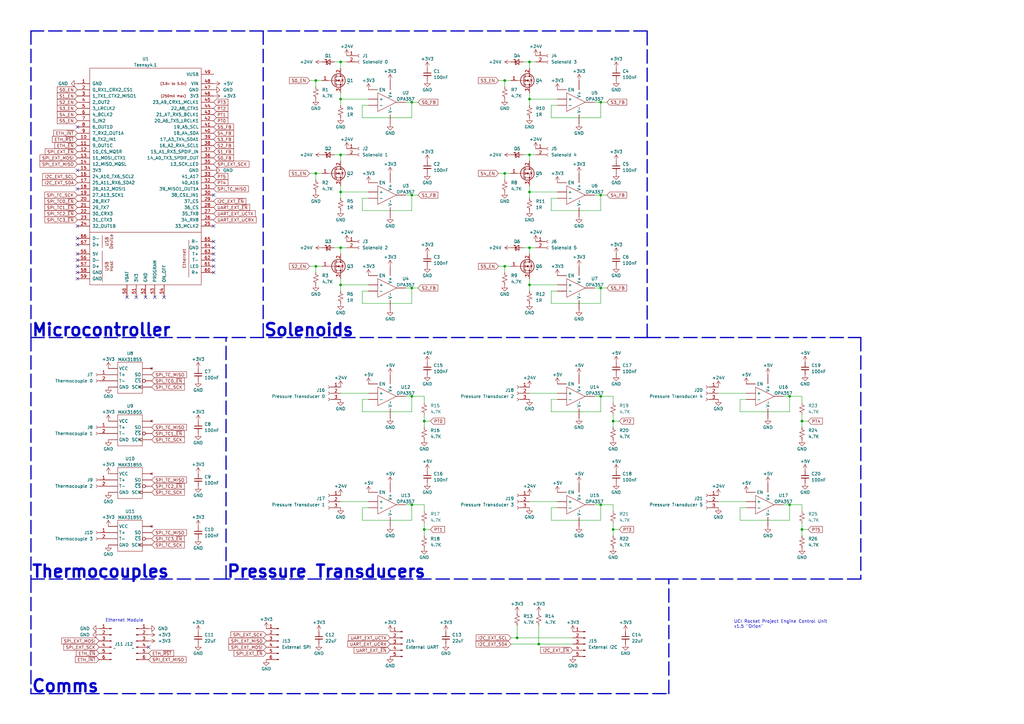
<source format=kicad_sch>
(kicad_sch (version 20211123) (generator eeschema)
  (paper "A3")
  (junction (at 220.98 264.16))
  (junction (at 168.91 207.01))
  (junction (at 217.17 101.6))
  (junction (at 129.54 33.02))
  (junction (at 173.99 217.17))
  (junction (at 139.7 63.5))
  (junction (at 217.17 78.74))
  (junction (at 251.46 172.72))
  (junction (at 139.7 101.6))
  (junction (at 251.46 217.17))
  (junction (at 323.85 207.01))
  (junction (at 217.17 116.84))
  (junction (at 207.01 33.02))
  (junction (at 217.17 25.4))
  (junction (at 246.38 162.56))
  (junction (at 212.09 261.62))
  (junction (at 129.54 109.22))
  (junction (at 328.93 172.72))
  (junction (at 139.7 78.74))
  (junction (at 246.38 118.11))
  (junction (at 217.17 40.64))
  (junction (at 168.91 80.01))
  (junction (at 323.85 162.56))
  (junction (at 139.7 40.64))
  (junction (at 168.91 118.11))
  (junction (at 246.38 207.01))
  (junction (at 328.93 217.17))
  (junction (at 139.7 25.4))
  (junction (at 168.91 162.56))
  (junction (at 207.01 71.12))
  (junction (at 129.54 71.12))
  (junction (at 246.38 41.91))
  (junction (at 246.38 80.01))
  (junction (at 139.7 116.84))
  (junction (at 217.17 63.5))
  (junction (at 168.91 41.91))
  (junction (at 207.01 109.22))
  (junction (at 173.99 172.72))
  (no_connect (at 87.63 101.6))
  (no_connect (at 87.63 99.06))
  (no_connect (at 87.63 111.76))
  (no_connect (at 87.63 104.14))
  (no_connect (at 87.63 109.22))
  (no_connect (at 87.63 106.68))
  (no_connect (at 31.75 100.33))
  (no_connect (at 31.75 97.79))
  (no_connect (at 31.75 114.3))
  (no_connect (at 31.75 109.22))
  (no_connect (at 31.75 104.14))
  (no_connect (at 31.75 111.76))
  (no_connect (at 31.75 106.68))
  (no_connect (at 52.07 121.92))
  (no_connect (at 31.75 52.07))
  (no_connect (at 31.75 92.71))
  (no_connect (at 31.75 77.47))
  (no_connect (at 31.75 69.85))
  (no_connect (at 87.63 92.71))
  (no_connect (at 87.63 80.01))
  (no_connect (at 67.31 121.92))
  (no_connect (at 59.69 121.92))
  (no_connect (at 63.5 121.92))
  (no_connect (at 55.88 121.92))
  (no_connect (at 60.96 265.43))
  (wire (pts (xy 328.93 172.72) (xy 328.93 175.26)))
  (wire (pts (xy 207.01 109.22) (xy 209.55 109.22)))
  (wire (pts (xy 323.85 207.01) (xy 321.31 207.01)))
  (wire (pts (xy 217.17 161.29) (xy 228.6 161.29)))
  (polyline (pts (xy 12.7 12.7) (xy 12.7 138.43)) (stroke (width 0.5)))
  (wire (pts (xy 328.93 172.72) (xy 331.47 172.72)))
  (wire (pts (xy 226.06 163.83) (xy 226.06 168.91)))
  (wire (pts (xy 228.6 163.83) (xy 226.06 163.83)))
  (wire (pts (xy 246.38 168.91) (xy 246.38 162.56)))
  (wire (pts (xy 168.91 207.01) (xy 173.99 207.01)))
  (wire (pts (xy 306.07 163.83) (xy 303.53 163.83)))
  (wire (pts (xy 246.38 118.11) (xy 243.84 118.11)))
  (wire (pts (xy 226.06 168.91) (xy 246.38 168.91)))
  (polyline (pts (xy 265.43 138.43) (xy 353.06 138.43)) (stroke (width 0.5)))
  (wire (pts (xy 207.01 71.12) (xy 209.55 71.12)))
  (wire (pts (xy 246.38 48.26) (xy 246.38 41.91)))
  (wire (pts (xy 139.7 25.4) (xy 139.7 27.94)))
  (wire (pts (xy 323.85 162.56) (xy 321.31 162.56)))
  (wire (pts (xy 226.06 208.28) (xy 226.06 213.36)))
  (wire (pts (xy 168.91 80.01) (xy 166.37 80.01)))
  (wire (pts (xy 204.47 71.12) (xy 207.01 71.12)))
  (wire (pts (xy 151.13 208.28) (xy 148.59 208.28)))
  (wire (pts (xy 168.91 124.46) (xy 168.91 118.11)))
  (wire (pts (xy 168.91 118.11) (xy 171.45 118.11)))
  (wire (pts (xy 168.91 80.01) (xy 171.45 80.01)))
  (wire (pts (xy 148.59 43.18) (xy 148.59 48.26)))
  (wire (pts (xy 246.38 80.01) (xy 248.92 80.01)))
  (wire (pts (xy 251.46 162.56) (xy 251.46 165.1)))
  (wire (pts (xy 246.38 118.11) (xy 248.92 118.11)))
  (wire (pts (xy 129.54 109.22) (xy 129.54 111.76)))
  (polyline (pts (xy 12.7 237.49) (xy 92.71 237.49)) (stroke (width 0.5)))
  (wire (pts (xy 303.53 168.91) (xy 323.85 168.91)))
  (wire (pts (xy 328.93 170.18) (xy 328.93 172.72)))
  (wire (pts (xy 139.7 114.3) (xy 139.7 116.84)))
  (wire (pts (xy 251.46 214.63) (xy 251.46 217.17)))
  (wire (pts (xy 220.98 256.54) (xy 220.98 264.16)))
  (wire (pts (xy 251.46 172.72) (xy 251.46 175.26)))
  (polyline (pts (xy 12.7 138.43) (xy 12.7 237.49)) (stroke (width 0.5)))
  (polyline (pts (xy 353.06 237.49) (xy 274.32 237.49)) (stroke (width 0.5)))
  (wire (pts (xy 228.6 119.38) (xy 226.06 119.38)))
  (wire (pts (xy 139.7 161.29) (xy 151.13 161.29)))
  (wire (pts (xy 129.54 71.12) (xy 132.08 71.12)))
  (wire (pts (xy 127 71.12) (xy 129.54 71.12)))
  (wire (pts (xy 173.99 217.17) (xy 176.53 217.17)))
  (wire (pts (xy 294.64 161.29) (xy 306.07 161.29)))
  (wire (pts (xy 139.7 78.74) (xy 151.13 78.74)))
  (wire (pts (xy 226.06 213.36) (xy 246.38 213.36)))
  (wire (pts (xy 168.91 168.91) (xy 168.91 162.56)))
  (wire (pts (xy 168.91 86.36) (xy 168.91 80.01)))
  (wire (pts (xy 251.46 217.17) (xy 251.46 219.71)))
  (wire (pts (xy 217.17 38.1) (xy 217.17 40.64)))
  (polyline (pts (xy 12.7 138.43) (xy 265.43 138.43)) (stroke (width 0.5)))
  (wire (pts (xy 129.54 109.22) (xy 132.08 109.22)))
  (wire (pts (xy 173.99 172.72) (xy 173.99 175.26)))
  (polyline (pts (xy 107.95 12.7) (xy 107.95 138.43)) (stroke (width 0.5)))
  (wire (pts (xy 251.46 217.17) (xy 254 217.17)))
  (wire (pts (xy 323.85 207.01) (xy 328.93 207.01)))
  (wire (pts (xy 151.13 163.83) (xy 148.59 163.83)))
  (wire (pts (xy 139.7 116.84) (xy 151.13 116.84)))
  (wire (pts (xy 246.38 207.01) (xy 251.46 207.01)))
  (polyline (pts (xy 274.32 284.48) (xy 274.32 237.49)) (stroke (width 0.5)))
  (wire (pts (xy 220.98 264.16) (xy 234.95 264.16)))
  (wire (pts (xy 226.06 119.38) (xy 226.06 124.46)))
  (wire (pts (xy 251.46 172.72) (xy 254 172.72)))
  (wire (pts (xy 204.47 109.22) (xy 207.01 109.22)))
  (wire (pts (xy 214.63 101.6) (xy 217.17 101.6)))
  (wire (pts (xy 303.53 163.83) (xy 303.53 168.91)))
  (wire (pts (xy 328.93 214.63) (xy 328.93 217.17)))
  (wire (pts (xy 139.7 40.64) (xy 151.13 40.64)))
  (wire (pts (xy 148.59 48.26) (xy 168.91 48.26)))
  (wire (pts (xy 246.38 213.36) (xy 246.38 207.01)))
  (wire (pts (xy 127 33.02) (xy 129.54 33.02)))
  (polyline (pts (xy 265.43 138.43) (xy 265.43 12.7)) (stroke (width 0.5)))
  (wire (pts (xy 168.91 162.56) (xy 166.37 162.56)))
  (wire (pts (xy 173.99 162.56) (xy 173.99 165.1)))
  (wire (pts (xy 219.71 63.5) (xy 217.17 63.5)))
  (wire (pts (xy 209.55 261.62) (xy 212.09 261.62)))
  (wire (pts (xy 246.38 162.56) (xy 243.84 162.56)))
  (wire (pts (xy 212.09 261.62) (xy 234.95 261.62)))
  (wire (pts (xy 217.17 205.74) (xy 228.6 205.74)))
  (polyline (pts (xy 265.43 12.7) (xy 12.7 12.7)) (stroke (width 0.5)))
  (wire (pts (xy 168.91 41.91) (xy 171.45 41.91)))
  (wire (pts (xy 209.55 264.16) (xy 220.98 264.16)))
  (wire (pts (xy 323.85 162.56) (xy 328.93 162.56)))
  (wire (pts (xy 151.13 119.38) (xy 148.59 119.38)))
  (wire (pts (xy 168.91 213.36) (xy 168.91 207.01)))
  (wire (pts (xy 139.7 63.5) (xy 139.7 66.04)))
  (wire (pts (xy 139.7 78.74) (xy 139.7 81.28)))
  (wire (pts (xy 251.46 170.18) (xy 251.46 172.72)))
  (wire (pts (xy 151.13 81.28) (xy 148.59 81.28)))
  (wire (pts (xy 217.17 63.5) (xy 217.17 66.04)))
  (wire (pts (xy 306.07 208.28) (xy 303.53 208.28)))
  (wire (pts (xy 142.24 63.5) (xy 139.7 63.5)))
  (wire (pts (xy 148.59 208.28) (xy 148.59 213.36)))
  (wire (pts (xy 328.93 162.56) (xy 328.93 165.1)))
  (wire (pts (xy 148.59 124.46) (xy 168.91 124.46)))
  (wire (pts (xy 168.91 41.91) (xy 166.37 41.91)))
  (polyline (pts (xy 274.32 237.49) (xy 92.71 237.49)) (stroke (width 0.5)))
  (wire (pts (xy 129.54 33.02) (xy 132.08 33.02)))
  (wire (pts (xy 246.38 41.91) (xy 248.92 41.91)))
  (wire (pts (xy 303.53 213.36) (xy 323.85 213.36)))
  (wire (pts (xy 139.7 101.6) (xy 139.7 104.14)))
  (wire (pts (xy 228.6 208.28) (xy 226.06 208.28)))
  (wire (pts (xy 323.85 213.36) (xy 323.85 207.01)))
  (wire (pts (xy 217.17 101.6) (xy 217.17 104.14)))
  (wire (pts (xy 228.6 43.18) (xy 226.06 43.18)))
  (wire (pts (xy 217.17 40.64) (xy 228.6 40.64)))
  (wire (pts (xy 168.91 118.11) (xy 166.37 118.11)))
  (wire (pts (xy 217.17 40.64) (xy 217.17 43.18)))
  (wire (pts (xy 217.17 78.74) (xy 228.6 78.74)))
  (wire (pts (xy 217.17 116.84) (xy 217.17 119.38)))
  (wire (pts (xy 226.06 48.26) (xy 246.38 48.26)))
  (wire (pts (xy 139.7 38.1) (xy 139.7 40.64)))
  (wire (pts (xy 328.93 217.17) (xy 331.47 217.17)))
  (wire (pts (xy 139.7 205.74) (xy 151.13 205.74)))
  (wire (pts (xy 207.01 33.02) (xy 209.55 33.02)))
  (wire (pts (xy 139.7 76.2) (xy 139.7 78.74)))
  (wire (pts (xy 148.59 213.36) (xy 168.91 213.36)))
  (wire (pts (xy 137.16 101.6) (xy 139.7 101.6)))
  (wire (pts (xy 246.38 41.91) (xy 243.84 41.91)))
  (wire (pts (xy 168.91 207.01) (xy 166.37 207.01)))
  (wire (pts (xy 173.99 170.18) (xy 173.99 172.72)))
  (wire (pts (xy 142.24 25.4) (xy 139.7 25.4)))
  (wire (pts (xy 142.24 101.6) (xy 139.7 101.6)))
  (wire (pts (xy 246.38 124.46) (xy 246.38 118.11)))
  (polyline (pts (xy 12.7 237.49) (xy 12.7 284.48)) (stroke (width 0.5)))
  (wire (pts (xy 328.93 217.17) (xy 328.93 219.71)))
  (polyline (pts (xy 353.06 138.43) (xy 353.06 237.49)) (stroke (width 0.5)))
  (wire (pts (xy 151.13 43.18) (xy 148.59 43.18)))
  (wire (pts (xy 129.54 33.02) (xy 129.54 35.56)))
  (polyline (pts (xy 12.7 284.48) (xy 274.32 284.48)) (stroke (width 0.5)))
  (wire (pts (xy 148.59 168.91) (xy 168.91 168.91)))
  (wire (pts (xy 207.01 71.12) (xy 207.01 73.66)))
  (wire (pts (xy 219.71 101.6) (xy 217.17 101.6)))
  (wire (pts (xy 246.38 162.56) (xy 251.46 162.56)))
  (wire (pts (xy 226.06 81.28) (xy 226.06 86.36)))
  (wire (pts (xy 139.7 116.84) (xy 139.7 119.38)))
  (wire (pts (xy 323.85 168.91) (xy 323.85 162.56)))
  (wire (pts (xy 217.17 76.2) (xy 217.17 78.74)))
  (wire (pts (xy 207.01 33.02) (xy 207.01 35.56)))
  (wire (pts (xy 137.16 63.5) (xy 139.7 63.5)))
  (wire (pts (xy 228.6 81.28) (xy 226.06 81.28)))
  (wire (pts (xy 148.59 81.28) (xy 148.59 86.36)))
  (wire (pts (xy 226.06 124.46) (xy 246.38 124.46)))
  (wire (pts (xy 251.46 207.01) (xy 251.46 209.55)))
  (wire (pts (xy 137.16 25.4) (xy 139.7 25.4)))
  (wire (pts (xy 207.01 109.22) (xy 207.01 111.76)))
  (wire (pts (xy 246.38 80.01) (xy 243.84 80.01)))
  (wire (pts (xy 217.17 78.74) (xy 217.17 81.28)))
  (wire (pts (xy 173.99 172.72) (xy 176.53 172.72)))
  (wire (pts (xy 226.06 43.18) (xy 226.06 48.26)))
  (wire (pts (xy 173.99 217.17) (xy 173.99 219.71)))
  (wire (pts (xy 204.47 33.02) (xy 207.01 33.02)))
  (wire (pts (xy 226.06 86.36) (xy 246.38 86.36)))
  (wire (pts (xy 219.71 25.4) (xy 217.17 25.4)))
  (wire (pts (xy 139.7 40.64) (xy 139.7 43.18)))
  (wire (pts (xy 328.93 207.01) (xy 328.93 209.55)))
  (wire (pts (xy 217.17 114.3) (xy 217.17 116.84)))
  (wire (pts (xy 148.59 119.38) (xy 148.59 124.46)))
  (wire (pts (xy 168.91 48.26) (xy 168.91 41.91)))
  (wire (pts (xy 148.59 86.36) (xy 168.91 86.36)))
  (wire (pts (xy 303.53 208.28) (xy 303.53 213.36)))
  (wire (pts (xy 148.59 163.83) (xy 148.59 168.91)))
  (wire (pts (xy 173.99 214.63) (xy 173.99 217.17)))
  (wire (pts (xy 214.63 63.5) (xy 217.17 63.5)))
  (wire (pts (xy 127 109.22) (xy 129.54 109.22)))
  (wire (pts (xy 212.09 256.54) (xy 212.09 261.62)))
  (wire (pts (xy 214.63 25.4) (xy 217.17 25.4)))
  (wire (pts (xy 173.99 207.01) (xy 173.99 209.55)))
  (wire (pts (xy 217.17 25.4) (xy 217.17 27.94)))
  (wire (pts (xy 246.38 207.01) (xy 243.84 207.01)))
  (polyline (pts (xy 92.71 237.49) (xy 92.71 138.43)) (stroke (width 0.5)))
  (wire (pts (xy 168.91 162.56) (xy 173.99 162.56)))
  (wire (pts (xy 246.38 86.36) (xy 246.38 80.01)))
  (wire (pts (xy 217.17 116.84) (xy 228.6 116.84)))
  (wire (pts (xy 294.64 205.74) (xy 306.07 205.74)))
  (wire (pts (xy 129.54 71.12) (xy 129.54 73.66)))
  (text "Microcontroller" (at 12.7 138.43 0) (effects (font (size 5 5) (thickness 1) bold) (justify left bottom)))
  (text "Pressure Transducers" (at 92.71 237.49 0) (effects (font (size 5 5) (thickness 1) bold) (justify left bottom)))
  (text "Solenoids" (at 107.95 138.43 0) (effects (font (size 5 5) (thickness 1) bold) (justify left bottom)))
  (text "Thermocouples" (at 12.7 237.49 0) (effects (font (size 5 5) (thickness 1) bold) (justify left bottom)))
  (text "UCI Rocket Project Engine Control Unit\nv1.5 \"Orion\"" (at 300.99 257.81 0) (effects (font (size 1.27 1.27)) (justify left bottom)))
  (text "Ethernet Module" (at 43.18 255.27 0) (effects (font (size 1.27 1.27)) (justify left bottom)))
  (text "Comms" (at 12.7 284.48 0) (effects (font (size 5 5) (thickness 1) bold) (justify left bottom)))
  (global_label "SPI_EXT_MOSI" (shape input) (at 40.64 262.89 180) (property "Intersheet References" "${INTERSHEET_REFS}" (effects hide)))
  (global_label "PT5" (shape input) (at 331.47 217.17 0) (property "Intersheet References" "${INTERSHEET_REFS}" (effects hide)))
  (global_label "SPI_TC0_~{EN}" (shape input) (at 31.75 82.55 180) (property "Intersheet References" "${INTERSHEET_REFS}" (effects hide)))
  (global_label "ETH_~{RST}" (shape input) (at 60.96 267.97 0) (property "Intersheet References" "${INTERSHEET_REFS}" (effects hide)))
  (global_label "PT1" (shape input) (at 176.53 217.17 0) (property "Intersheet References" "${INTERSHEET_REFS}" (effects hide)))
  (global_label "I2C_EXT_SDA" (shape input) (at 31.75 74.93 180) (property "Intersheet References" "${INTERSHEET_REFS}" (effects hide)))
  (global_label "I2C_EXT_SDA" (shape input) (at 209.55 264.16 180) (property "Intersheet References" "${INTERSHEET_REFS}" (effects hide)))
  (global_label "S0_EN" (shape input) (at 31.75 36.83 180) (property "Intersheet References" "${INTERSHEET_REFS}" (effects hide)))
  (global_label "SPI_TC3_~{EN}" (shape input) (at 62.23 220.98 0) (property "Intersheet References" "${INTERSHEET_REFS}" (effects hide)))
  (global_label "PT4" (shape input) (at 87.63 74.93 0) (property "Intersheet References" "${INTERSHEET_REFS}" (effects hide)))
  (global_label "S3_FB" (shape input) (at 248.92 41.91 0) (property "Intersheet References" "${INTERSHEET_REFS}" (effects hide)))
  (global_label "SPI_TC_SCK" (shape input) (at 62.23 223.52 0) (property "Intersheet References" "${INTERSHEET_REFS}" (effects hide)))
  (global_label "S1_FB" (shape input) (at 87.63 62.23 0) (property "Intersheet References" "${INTERSHEET_REFS}" (effects hide)))
  (global_label "SPI_TC1_~{EN}" (shape input) (at 62.23 177.8 0) (property "Intersheet References" "${INTERSHEET_REFS}" (effects hide)))
  (global_label "SPI_TC0_~{EN}" (shape input) (at 62.23 156.21 0) (property "Intersheet References" "${INTERSHEET_REFS}" (effects hide)))
  (global_label "UART_EXT_~{EN}" (shape input) (at 87.63 85.09 0) (property "Intersheet References" "${INTERSHEET_REFS}" (effects hide)))
  (global_label "S1_EN" (shape input) (at 127 71.12 180) (property "Intersheet References" "${INTERSHEET_REFS}" (effects hide)))
  (global_label "ETH_~{INT}" (shape input) (at 31.75 54.61 180) (property "Intersheet References" "${INTERSHEET_REFS}" (effects hide)))
  (global_label "S0_FB" (shape input) (at 171.45 41.91 0) (property "Intersheet References" "${INTERSHEET_REFS}" (effects hide)))
  (global_label "I2C_EXT_SCL" (shape input) (at 31.75 72.39 180) (property "Intersheet References" "${INTERSHEET_REFS}" (effects hide)))
  (global_label "SPI_TC1_~{EN}" (shape input) (at 31.75 85.09 180) (property "Intersheet References" "${INTERSHEET_REFS}" (effects hide)))
  (global_label "SPI_TC_MISO" (shape input) (at 87.63 77.47 0) (property "Intersheet References" "${INTERSHEET_REFS}" (effects hide)))
  (global_label "PT1" (shape input) (at 87.63 46.99 0) (property "Intersheet References" "${INTERSHEET_REFS}" (effects hide)))
  (global_label "SPI_EXT_SCK" (shape input) (at 109.22 260.35 180) (property "Intersheet References" "${INTERSHEET_REFS}" (effects hide)))
  (global_label "ETH_~{INT}" (shape input) (at 40.64 270.51 180) (property "Intersheet References" "${INTERSHEET_REFS}" (effects hide)))
  (global_label "S5_FB" (shape input) (at 248.92 118.11 0) (property "Intersheet References" "${INTERSHEET_REFS}" (effects hide)))
  (global_label "S3_EN" (shape input) (at 204.47 33.02 180) (property "Intersheet References" "${INTERSHEET_REFS}" (effects hide)))
  (global_label "SPI_EXT_MISO" (shape input) (at 31.75 67.31 180) (property "Intersheet References" "${INTERSHEET_REFS}" (effects hide)))
  (global_label "UART_EXT_UCRX" (shape input) (at 160.02 264.16 180) (property "Intersheet References" "${INTERSHEET_REFS}" (effects hide)))
  (global_label "S4_EN" (shape input) (at 204.47 71.12 180) (property "Intersheet References" "${INTERSHEET_REFS}" (effects hide)))
  (global_label "SPI_TC_SCK" (shape input) (at 62.23 180.34 0) (property "Intersheet References" "${INTERSHEET_REFS}" (effects hide)))
  (global_label "PT4" (shape input) (at 331.47 172.72 0) (property "Intersheet References" "${INTERSHEET_REFS}" (effects hide)))
  (global_label "S2_FB" (shape input) (at 171.45 118.11 0) (property "Intersheet References" "${INTERSHEET_REFS}" (effects hide)))
  (global_label "SPI_TC2_~{EN}" (shape input) (at 31.75 87.63 180) (property "Intersheet References" "${INTERSHEET_REFS}" (effects hide)))
  (global_label "SPI_TC2_~{EN}" (shape input) (at 62.23 199.39 0) (property "Intersheet References" "${INTERSHEET_REFS}" (effects hide)))
  (global_label "SPI_TC3_~{EN}" (shape input) (at 31.75 90.17 180) (property "Intersheet References" "${INTERSHEET_REFS}" (effects hide)))
  (global_label "S3_FB" (shape input) (at 87.63 57.15 0) (property "Intersheet References" "${INTERSHEET_REFS}" (effects hide)))
  (global_label "UART_EXT_~{EN}" (shape input) (at 160.02 266.7 180) (property "Intersheet References" "${INTERSHEET_REFS}" (effects hide)))
  (global_label "S3_EN" (shape input) (at 31.75 44.45 180) (property "Intersheet References" "${INTERSHEET_REFS}" (effects hide)))
  (global_label "ETH_~{RST}" (shape input) (at 31.75 57.15 180) (property "Intersheet References" "${INTERSHEET_REFS}" (effects hide)))
  (global_label "SPI_TC_SCK" (shape input) (at 62.23 158.75 0) (property "Intersheet References" "${INTERSHEET_REFS}" (effects hide)))
  (global_label "ETH_~{EN}" (shape input) (at 31.75 59.69 180) (property "Intersheet References" "${INTERSHEET_REFS}" (effects hide)))
  (global_label "SPI_EXT_~{EN}" (shape input) (at 31.75 62.23 180) (property "Intersheet References" "${INTERSHEET_REFS}" (effects hide)))
  (global_label "SPI_EXT_MISO" (shape input) (at 60.96 270.51 0) (property "Intersheet References" "${INTERSHEET_REFS}" (effects hide)))
  (global_label "I2C_EXT_~{EN}" (shape input) (at 87.63 82.55 0) (property "Intersheet References" "${INTERSHEET_REFS}" (effects hide)))
  (global_label "S4_FB" (shape input) (at 87.63 54.61 0) (property "Intersheet References" "${INTERSHEET_REFS}" (effects hide)))
  (global_label "S2_EN" (shape input) (at 31.75 41.91 180) (property "Intersheet References" "${INTERSHEET_REFS}" (effects hide)))
  (global_label "SPI_EXT_~{EN}" (shape input) (at 109.22 267.97 180) (property "Intersheet References" "${INTERSHEET_REFS}" (effects hide)))
  (global_label "PT0" (shape input) (at 87.63 49.53 0) (property "Intersheet References" "${INTERSHEET_REFS}" (effects hide)))
  (global_label "S1_EN" (shape input) (at 31.75 39.37 180) (property "Intersheet References" "${INTERSHEET_REFS}" (effects hide)))
  (global_label "PT0" (shape input) (at 176.53 172.72 0) (property "Intersheet References" "${INTERSHEET_REFS}" (effects hide)))
  (global_label "SPI_EXT_MISO" (shape input) (at 109.22 262.89 180) (property "Intersheet References" "${INTERSHEET_REFS}" (effects hide)))
  (global_label "SPI_TC_MISO" (shape input) (at 62.23 153.67 0) (property "Intersheet References" "${INTERSHEET_REFS}" (effects hide)))
  (global_label "SPI_EXT_MOSI" (shape input) (at 31.75 64.77 180) (property "Intersheet References" "${INTERSHEET_REFS}" (effects hide)))
  (global_label "S2_EN" (shape input) (at 127 109.22 180) (property "Intersheet References" "${INTERSHEET_REFS}" (effects hide)))
  (global_label "ETH_~{EN}" (shape input) (at 40.64 267.97 180) (property "Intersheet References" "${INTERSHEET_REFS}" (effects hide)))
  (global_label "SPI_TC_SCK" (shape input) (at 62.23 201.93 0) (property "Intersheet References" "${INTERSHEET_REFS}" (effects hide)))
  (global_label "S4_EN" (shape input) (at 31.75 46.99 180) (property "Intersheet References" "${INTERSHEET_REFS}" (effects hide)))
  (global_label "S2_FB" (shape input) (at 87.63 59.69 0) (property "Intersheet References" "${INTERSHEET_REFS}" (effects hide)))
  (global_label "PT2" (shape input) (at 87.63 44.45 0) (property "Intersheet References" "${INTERSHEET_REFS}" (effects hide)))
  (global_label "SPI_TC_MISO" (shape input) (at 62.23 218.44 0) (property "Intersheet References" "${INTERSHEET_REFS}" (effects hide)))
  (global_label "S4_FB" (shape input) (at 248.92 80.01 0) (property "Intersheet References" "${INTERSHEET_REFS}" (effects hide)))
  (global_label "S0_FB" (shape input) (at 87.63 64.77 0) (property "Intersheet References" "${INTERSHEET_REFS}" (effects hide)))
  (global_label "SPI_TC_SCK" (shape input) (at 31.75 80.01 180) (property "Intersheet References" "${INTERSHEET_REFS}" (effects hide)))
  (global_label "S5_EN" (shape input) (at 204.47 109.22 180) (property "Intersheet References" "${INTERSHEET_REFS}" (effects hide)))
  (global_label "UART_EXT_UCTX" (shape input) (at 87.63 87.63 0) (property "Intersheet References" "${INTERSHEET_REFS}" (effects hide)))
  (global_label "S1_FB" (shape input) (at 171.45 80.01 0) (property "Intersheet References" "${INTERSHEET_REFS}" (effects hide)))
  (global_label "SPI_TC_MISO" (shape input) (at 62.23 196.85 0) (property "Intersheet References" "${INTERSHEET_REFS}" (effects hide)))
  (global_label "S5_EN" (shape input) (at 31.75 49.53 180) (property "Intersheet References" "${INTERSHEET_REFS}" (effects hide)))
  (global_label "PT3" (shape input) (at 254 217.17 0) (property "Intersheet References" "${INTERSHEET_REFS}" (effects hide)))
  (global_label "SPI_TC_MISO" (shape input) (at 62.23 175.26 0) (property "Intersheet References" "${INTERSHEET_REFS}" (effects hide)))
  (global_label "I2C_EXT_~{EN}" (shape input) (at 234.95 266.7 180) (property "Intersheet References" "${INTERSHEET_REFS}" (effects hide)))
  (global_label "PT2" (shape input) (at 254 172.72 0) (property "Intersheet References" "${INTERSHEET_REFS}" (effects hide)))
  (global_label "I2C_EXT_SCL" (shape input) (at 209.55 261.62 180) (property "Intersheet References" "${INTERSHEET_REFS}" (effects hide)))
  (global_label "PT5" (shape input) (at 87.63 72.39 0) (property "Intersheet References" "${INTERSHEET_REFS}" (effects hide)))
  (global_label "PT3" (shape input) (at 87.63 41.91 0) (property "Intersheet References" "${INTERSHEET_REFS}" (effects hide)))
  (global_label "UART_EXT_UCRX" (shape input) (at 87.63 90.17 0) (property "Intersheet References" "${INTERSHEET_REFS}" (effects hide)))
  (global_label "SPI_EXT_SCK" (shape input) (at 40.64 265.43 180) (property "Intersheet References" "${INTERSHEET_REFS}" (effects hide)))
  (global_label "S0_EN" (shape input) (at 127 33.02 180) (property "Intersheet References" "${INTERSHEET_REFS}" (effects hide)))
  (global_label "UART_EXT_UCTX" (shape input) (at 160.02 261.62 180) (property "Intersheet References" "${INTERSHEET_REFS}" (effects hide)))
  (global_label "SPI_EXT_MOSI" (shape input) (at 109.22 265.43 180) (property "Intersheet References" "${INTERSHEET_REFS}" (effects hide)))
  (global_label "SPI_EXT_SCK" (shape input) (at 87.63 67.31 0) (property "Intersheet References" "${INTERSHEET_REFS}" (effects hide)))
  (global_label "S5_FB" (shape input) (at 87.63 52.07 0) (property "Intersheet References" "${INTERSHEET_REFS}" (effects hide)))
  (symbol (lib_id "power:+5V") (at 175.26 193.04 0) (unit 1)
    (property "Reference" "#PWR0111" (effects hide))
    (property "Value" "+5V" (at 175.26 189.23 0))
  )
  (symbol (lib_id "power:+3V3") (at 151.13 113.03 0) (unit 1)
    (property "Reference" "#PWR020" (effects hide))
    (property "Value" "+3V3" (at 151.13 109.22 0))
  )
  (symbol (lib_id "power:GND") (at 207.01 40.64 0) (unit 1)
    (property "Reference" "#PWR033" (effects hide))
    (property "Value" "GND" (at 207.01 44.45 0))
  )
  (symbol (lib_id "power:+3V3") (at 220.98 251.46 0) (unit 1)
    (property "Reference" "#PWR096" (effects hide))
    (property "Value" "+3V3" (at 220.98 247.65 0))
  )
  (symbol (lib_id "Device:R_Small_US") (at 129.54 38.1 0) (unit 1)
    (property "Reference" "R1" (at 132.08 36.83 0) (effects (justify left)))
    (property "Value" "4.7K" (at 132.08 39.37 0) (effects (justify left)))
    (property "Footprint" "Resistor_SMD:R_0603_1608Metric" (effects hide))
    (property "Manufacturer" "Generic" (effects hide))
    (property "Part #" "Generic 4.7K 0603 Resistor" (effects hide))
  )
  (symbol (lib_id "Connector:Conn_01x03_Female") (at 134.62 161.29 0) (mirror y) (unit 1)
    (property "Reference" "J16" (at 133.35 160.02 0) (effects (justify left)))
    (property "Value" "Pressure Transducer 0" (at 133.35 162.56 0) (effects (justify left)))
    (property "Footprint" "TerminalBlock:TerminalBlock_bornier-3_P5.08mm" (effects hide))
    (property "Manufacturer" "Generic" (effects hide))
    (property "Part #" "Generic 3x5.08 Screw Terminal" (effects hide))
  )
  (symbol (lib_id "Device:C_Small") (at 81.28 175.26 0) (unit 1)
    (property "Reference" "C8" (at 83.82 173.99 0) (effects (justify left)))
    (property "Value" "100nF" (at 83.82 176.53 0) (effects (justify left)))
    (property "Footprint" "Capacitor_SMD:C_0603_1608Metric" (effects hide))
    (property "Manufacturer" "Generic" (effects hide))
    (property "Part #" "Generic 100nF 0603 MLCC" (effects hide))
  )
  (symbol (lib_id "power:GND") (at 314.96 215.9 0) (unit 1)
    (property "Reference" "#PWR0138" (effects hide))
    (property "Value" "GND" (at 314.96 219.71 0))
  )
  (symbol (lib_id "power:+24V") (at 217.17 158.75 0) (unit 1)
    (property "Reference" "#PWR0113" (effects hide))
    (property "Value" "+24V" (at 217.17 154.94 0))
  )
  (symbol (lib_id "power:+5V") (at 252.73 148.59 0) (unit 1)
    (property "Reference" "#PWR0125" (effects hide))
    (property "Value" "+5V" (at 252.73 144.78 0))
  )
  (symbol (lib_id "power:+3V3") (at 87.63 39.37 270) (unit 1)
    (property "Reference" "#PWR04" (effects hide))
    (property "Value" "+3V3" (at 91.44 39.37 90) (effects (justify left)))
  )
  (symbol (lib_id "ECU:OPA357") (at 234.95 162.56 0) (unit 1)
    (property "Reference" "U14" (at 243.84 158.75 0))
    (property "Value" "OPA357" (at 243.84 161.29 0))
    (property "Footprint" "Package_TO_SOT_SMD:SOT-23-6" (effects hide))
    (property "Manufacturer" "TI" (effects hide))
    (property "Part #" "OPA357AIDBVT" (effects hide))
  )
  (symbol (lib_id "ECU:OPA357") (at 312.42 207.01 0) (unit 1)
    (property "Reference" "U17" (at 321.31 203.2 0))
    (property "Value" "OPA357" (at 321.31 205.74 0))
    (property "Footprint" "Package_TO_SOT_SMD:SOT-23-6" (effects hide))
    (property "Manufacturer" "TI" (effects hide))
    (property "Part #" "OPA357AIDBVT" (effects hide))
  )
  (symbol (lib_id "power:+24V") (at 132.08 101.6 90) (unit 1)
    (property "Reference" "#PWR011" (effects hide))
    (property "Value" "+24V" (at 128.27 101.6 90) (effects (justify left)))
  )
  (symbol (lib_id "ECU:OPA357") (at 157.48 80.01 0) (unit 1)
    (property "Reference" "U3" (at 166.37 76.2 0))
    (property "Value" "OPA357" (at 166.37 78.74 0))
    (property "Footprint" "Package_TO_SOT_SMD:SOT-23-6" (effects hide))
    (property "Manufacturer" "TI" (effects hide))
    (property "Part #" "OPA357AIDBVT" (effects hide))
  )
  (symbol (lib_id "ECU:OPA357") (at 157.48 207.01 0) (unit 1)
    (property "Reference" "U13" (at 166.37 203.2 0))
    (property "Value" "OPA357" (at 166.37 205.74 0))
    (property "Footprint" "Package_TO_SOT_SMD:SOT-23-6" (effects hide))
    (property "Manufacturer" "TI" (effects hide))
    (property "Part #" "OPA357AIDBVT" (effects hide))
  )
  (symbol (lib_id "Device:C_Small") (at 252.73 68.58 0) (unit 1)
    (property "Reference" "C5" (at 255.27 67.31 0) (effects (justify left)))
    (property "Value" "100nF" (at 255.27 69.85 0) (effects (justify left)))
    (property "Footprint" "Capacitor_SMD:C_0603_1608Metric" (effects hide))
    (property "Manufacturer" "Generic" (effects hide))
    (property "Part #" "Generic 100nF 0603 MLCC" (effects hide))
  )
  (symbol (lib_id "power:+24V") (at 142.24 99.06 0) (unit 1)
    (property "Reference" "#PWR017" (effects hide))
    (property "Value" "+24V" (at 142.24 95.25 0))
  )
  (symbol (lib_id "power:GND") (at 173.99 224.79 0) (unit 1)
    (property "Reference" "#PWR0108" (effects hide))
    (property "Value" "GND" (at 173.99 228.6 0))
  )
  (symbol (lib_id "Connector:Conn_01x03_Female") (at 212.09 161.29 0) (mirror y) (unit 1)
    (property "Reference" "J18" (at 210.82 160.02 0) (effects (justify left)))
    (property "Value" "Pressure Transducer 2" (at 210.82 162.56 0) (effects (justify left)))
    (property "Footprint" "TerminalBlock:TerminalBlock_bornier-3_P5.08mm" (effects hide))
    (property "Manufacturer" "Generic" (effects hide))
    (property "Part #" "Generic 3x5.08 Screw Terminal" (effects hide))
  )
  (symbol (lib_id "power:+3V3") (at 234.95 259.08 0) (unit 1)
    (property "Reference" "#PWR091" (effects hide))
    (property "Value" "+3V3" (at 234.95 255.27 0))
  )
  (symbol (lib_id "Device:C_Small") (at 175.26 106.68 0) (unit 1)
    (property "Reference" "C3" (at 177.8 105.41 0) (effects (justify left)))
    (property "Value" "100nF" (at 177.8 107.95 0) (effects (justify left)))
    (property "Footprint" "Capacitor_SMD:C_0603_1608Metric" (effects hide))
    (property "Manufacturer" "Generic" (effects hide))
    (property "Part #" "Generic 100nF 0603 MLCC" (effects hide))
  )
  (symbol (lib_id "power:GND") (at 160.02 50.8 0) (unit 1)
    (property "Reference" "#PWR022" (effects hide))
    (property "Value" "GND" (at 160.02 54.61 0))
  )
  (symbol (lib_id "Device:D_Schottky_Small") (at 212.09 101.6 0) (unit 1)
    (property "Reference" "D6" (at 212.09 99.06 0))
    (property "Value" "~" (at 211.836 99.4211 0))
    (property "Footprint" "Diode_SMD:D_SOD-523" (effects hide))
    (property "Manufacturer" "Diodes" (effects hide))
    (property "Part #" "SDM20U40Q-7" (effects hide))
  )
  (symbol (lib_id "power:GND") (at 251.46 180.34 0) (unit 1)
    (property "Reference" "#PWR0123" (effects hide))
    (property "Value" "GND" (at 251.46 184.15 0))
  )
  (symbol (lib_id "power:+24V") (at 294.64 203.2 0) (unit 1)
    (property "Reference" "#PWR0131" (effects hide))
    (property "Value" "+24V" (at 294.64 199.39 0))
  )
  (symbol (lib_id "Device:D_Schottky_Small") (at 212.09 63.5 0) (unit 1)
    (property "Reference" "D5" (at 212.09 60.96 0))
    (property "Value" "~" (at 211.836 61.3211 0))
    (property "Footprint" "Diode_SMD:D_SOD-523" (effects hide))
    (property "Manufacturer" "Diodes" (effects hide))
    (property "Part #" "SDM20U40Q-7" (effects hide))
  )
  (symbol (lib_id "power:+5V") (at 151.13 157.48 0) (unit 1)
    (property "Reference" "#PWR0101" (effects hide))
    (property "Value" "+5V" (at 151.13 153.67 0))
  )
  (symbol (lib_id "Device:C_Small") (at 175.26 151.13 0) (unit 1)
    (property "Reference" "C15" (at 177.8 149.86 0) (effects (justify left)))
    (property "Value" "100nF" (at 177.8 152.4 0) (effects (justify left)))
    (property "Footprint" "Capacitor_SMD:C_0603_1608Metric" (effects hide))
    (property "Manufacturer" "Generic" (effects hide))
    (property "Part #" "Generic 100nF 0603 MLCC" (effects hide))
  )
  (symbol (lib_id "power:GND") (at 129.54 116.84 0) (unit 1)
    (property "Reference" "#PWR08" (effects hide))
    (property "Value" "GND" (at 129.54 120.65 0))
  )
  (symbol (lib_id "power:GND") (at 175.26 153.67 0) (unit 1)
    (property "Reference" "#PWR0110" (effects hide))
    (property "Value" "GND" (at 175.26 157.48 0))
  )
  (symbol (lib_id "power:+3V3") (at 237.49 109.22 0) (unit 1)
    (property "Reference" "#PWR052" (effects hide))
    (property "Value" "+3V3" (at 237.49 105.41 0))
  )
  (symbol (lib_id "ECU:MAX31855") (at 53.34 198.12 0) (unit 1)
    (property "Reference" "U10" (at 53.34 188.121 0))
    (property "Value" "MAX31855" (at 53.34 190.6579 0))
    (property "Footprint" "Package_SO:SOIC-8_3.9x4.9mm_P1.27mm" (effects hide))
    (property "Manufacturer" "Maxim" (effects hide))
    (property "Part #" "MAX31855KASA+T" (effects hide))
  )
  (symbol (lib_id "power:GND") (at 217.17 208.28 0) (unit 1)
    (property "Reference" "#PWR0116" (effects hide))
    (property "Value" "GND" (at 217.17 212.09 0))
  )
  (symbol (lib_id "power:GND") (at 139.7 124.46 0) (unit 1)
    (property "Reference" "#PWR014" (effects hide))
    (property "Value" "GND" (at 139.7 128.27 0))
  )
  (symbol (lib_id "power:GND") (at 217.17 124.46 0) (unit 1)
    (property "Reference" "#PWR041" (effects hide))
    (property "Value" "GND" (at 217.17 128.27 0))
  )
  (symbol (lib_id "Device:C_Small") (at 182.88 261.62 0) (unit 1)
    (property "Reference" "C13" (at 185.42 260.35 0) (effects (justify left)))
    (property "Value" "22uF" (at 185.42 262.89 0) (effects (justify left)))
    (property "Footprint" "Capacitor_SMD:C_0805_2012Metric" (effects hide))
    (property "Manufacturer" "Generic" (effects hide))
    (property "Part #" "Generic 22uF 0805 MLCC" (effects hide))
  )
  (symbol (lib_id "power:GND") (at 31.75 34.29 270) (unit 1)
    (property "Reference" "#PWR01" (effects hide))
    (property "Value" "GND" (at 27.94 34.29 90) (effects (justify right)))
  )
  (symbol (lib_id "power:GND") (at 182.88 264.16 0) (unit 1)
    (property "Reference" "#PWR090" (effects hide))
    (property "Value" "GND" (at 182.88 267.97 0))
  )
  (symbol (lib_id "Device:D_Schottky_Small") (at 212.09 25.4 0) (unit 1)
    (property "Reference" "D4" (at 212.09 22.86 0))
    (property "Value" "~" (at 211.836 23.2211 0))
    (property "Footprint" "Diode_SMD:D_SOD-523" (effects hide))
    (property "Manufacturer" "Diodes" (effects hide))
    (property "Part #" "SDM20U40Q-7" (effects hide))
  )
  (symbol (lib_id "Device:R_Small_US") (at 207.01 76.2 0) (unit 1)
    (property "Reference" "R8" (at 209.55 74.93 0) (effects (justify left)))
    (property "Value" "4.7K" (at 209.55 77.47 0) (effects (justify left)))
    (property "Footprint" "Resistor_SMD:R_0603_1608Metric" (effects hide))
    (property "Manufacturer" "Generic" (effects hide))
    (property "Part #" "Generic 4.7K 0603 Resistor" (effects hide))
  )
  (symbol (lib_id "power:+5V") (at 228.6 157.48 0) (unit 1)
    (property "Reference" "#PWR0117" (effects hide))
    (property "Value" "+5V" (at 228.6 153.67 0))
  )
  (symbol (lib_id "power:GND") (at 252.73 33.02 0) (unit 1)
    (property "Reference" "#PWR055" (effects hide))
    (property "Value" "GND" (at 252.73 36.83 0))
  )
  (symbol (lib_id "power:+3V3") (at 44.45 215.9 0) (unit 1)
    (property "Reference" "#PWR066" (effects hide))
    (property "Value" "+3V3" (at 44.45 212.09 0))
  )
  (symbol (lib_id "power:+3V3") (at 109.22 257.81 0) (unit 1)
    (property "Reference" "#PWR083" (effects hide))
    (property "Value" "+3V3" (at 109.22 254 0))
  )
  (symbol (lib_id "Device:Q_NMOS_GDS") (at 137.16 33.02 0) (unit 1)
    (property "Reference" "Q1" (at 142.24 33.02 0) (effects (justify left)))
    (property "Value" "~" (at 142.24 34.29 0) (effects (justify left)))
    (property "Footprint" "Package_TO_SOT_THT:TO-220-3_Vertical" (effects hide))
    (property "Manufacturer" "TI" (effects hide))
    (property "Part #" "CSD18542KCS" (effects hide))
  )
  (symbol (lib_id "power:+3V3") (at 252.73 66.04 0) (unit 1)
    (property "Reference" "#PWR056" (effects hide))
    (property "Value" "+3V3" (at 252.73 62.23 0))
  )
  (symbol (lib_id "power:+3V3") (at 81.28 259.08 0) (unit 1)
    (property "Reference" "#PWR081" (effects hide))
    (property "Value" "+3V3" (at 81.28 255.27 0))
  )
  (symbol (lib_id "power:+3V3") (at 81.28 172.72 0) (unit 1)
    (property "Reference" "#PWR070" (effects hide))
    (property "Value" "+3V3" (at 81.28 168.91 0))
  )
  (symbol (lib_id "power:+5V") (at 151.13 201.93 0) (unit 1)
    (property "Reference" "#PWR0102" (effects hide))
    (property "Value" "+5V" (at 151.13 198.12 0))
  )
  (symbol (lib_id "Device:R_Small_US") (at 207.01 38.1 0) (unit 1)
    (property "Reference" "R7" (at 209.55 36.83 0) (effects (justify left)))
    (property "Value" "4.7K" (at 209.55 39.37 0) (effects (justify left)))
    (property "Footprint" "Resistor_SMD:R_0603_1608Metric" (effects hide))
    (property "Manufacturer" "Generic" (effects hide))
    (property "Part #" "Generic 4.7K 0603 Resistor" (effects hide))
  )
  (symbol (lib_id "power:+3V3") (at 175.26 66.04 0) (unit 1)
    (property "Reference" "#PWR029" (effects hide))
    (property "Value" "+3V3" (at 175.26 62.23 0))
  )
  (symbol (lib_id "power:GND") (at 175.26 109.22 0) (unit 1)
    (property "Reference" "#PWR032" (effects hide))
    (property "Value" "GND" (at 175.26 113.03 0))
  )
  (symbol (lib_id "power:+5V") (at 160.02 198.12 0) (unit 1)
    (property "Reference" "#PWR0105" (effects hide))
    (property "Value" "+5V" (at 160.02 194.31 0))
  )
  (symbol (lib_id "power:GND") (at 129.54 78.74 0) (unit 1)
    (property "Reference" "#PWR07" (effects hide))
    (property "Value" "GND" (at 129.54 82.55 0))
  )
  (symbol (lib_id "Connector:Conn_01x06_Male") (at 55.88 262.89 0) (unit 1)
    (property "Reference" "J12" (at 54.61 264.16 0) (effects (justify right)))
    (property "Value" "~" (at 55.1688 265.8622 0) (effects (justify right)))
    (property "Footprint" "Connector_PinHeader_2.54mm:PinHeader_1x06_P2.54mm_Vertical" (effects hide))
    (property "Manufacturer" "Generic" (effects hide))
    (property "Part #" "Generic 6x2.54 Pin Header" (effects hide))
  )
  (symbol (lib_id "power:GND") (at 139.7 86.36 0) (unit 1)
    (property "Reference" "#PWR013" (effects hide))
    (property "Value" "GND" (at 139.7 90.17 0))
  )
  (symbol (lib_id "ECU:OPA357") (at 157.48 41.91 0) (unit 1)
    (property "Reference" "U2" (at 166.37 38.1 0))
    (property "Value" "OPA357" (at 166.37 40.64 0))
    (property "Footprint" "Package_TO_SOT_SMD:SOT-23-6" (effects hide))
    (property "Manufacturer" "TI" (effects hide))
    (property "Part #" "OPA357AIDBVT" (effects hide))
  )
  (symbol (lib_id "power:+3V3") (at 237.49 33.02 0) (unit 1)
    (property "Reference" "#PWR048" (effects hide))
    (property "Value" "+3V3" (at 237.49 29.21 0))
  )
  (symbol (lib_id "power:+24V") (at 219.71 99.06 0) (unit 1)
    (property "Reference" "#PWR044" (effects hide))
    (property "Value" "+24V" (at 219.71 95.25 0))
  )
  (symbol (lib_id "power:GND") (at 237.49 215.9 0) (unit 1)
    (property "Reference" "#PWR0122" (effects hide))
    (property "Value" "GND" (at 237.49 219.71 0))
  )
  (symbol (lib_id "power:+3V3") (at 60.96 262.89 270) (unit 1)
    (property "Reference" "#PWR080" (effects hide))
    (property "Value" "+3V3" (at 64.77 262.89 90) (effects (justify left)))
  )
  (symbol (lib_id "power:GND") (at 160.02 88.9 0) (unit 1)
    (property "Reference" "#PWR024" (effects hide))
    (property "Value" "GND" (at 160.02 92.71 0))
  )
  (symbol (lib_id "Device:R_Small_US") (at 217.17 83.82 0) (unit 1)
    (property "Reference" "R11" (at 219.71 82.55 0) (effects (justify left)))
    (property "Value" "1R" (at 219.71 85.09 0) (effects (justify left)))
    (property "Footprint" "Resistor_SMD:R_0603_1608Metric" (effects hide))
    (property "Manufacturer" "Generic" (effects hide))
    (property "Part #" "Generic 1R 1W 0603 Resistor" (effects hide))
  )
  (symbol (lib_id "power:+24V") (at 132.08 25.4 90) (unit 1)
    (property "Reference" "#PWR09" (effects hide))
    (property "Value" "+24V" (at 128.27 25.4 90) (effects (justify left)))
  )
  (symbol (lib_id "Device:R_Small_US") (at 139.7 121.92 0) (unit 1)
    (property "Reference" "R6" (at 142.24 120.65 0) (effects (justify left)))
    (property "Value" "1R" (at 142.24 123.19 0) (effects (justify left)))
    (property "Footprint" "Resistor_SMD:R_0603_1608Metric" (effects hide))
    (property "Manufacturer" "Generic" (effects hide))
    (property "Part #" "Generic 1R 1W 0603 Resistor" (effects hide))
  )
  (symbol (lib_id "teensy:Teensy4.1") (at 59.69 88.9 0) (unit 1)
    (property "Reference" "U1" (at 59.69 24.13 0))
    (property "Value" "Teensy4.1" (at 59.69 26.67 0))
    (property "Footprint" "teensylib:Teensy41" (effects hide))
  )
  (symbol (lib_id "Device:C_Small") (at 330.2 151.13 0) (unit 1)
    (property "Reference" "C19" (at 332.74 149.86 0) (effects (justify left)))
    (property "Value" "100nF" (at 332.74 152.4 0) (effects (justify left)))
    (property "Footprint" "Capacitor_SMD:C_0603_1608Metric" (effects hide))
    (property "Manufacturer" "Generic" (effects hide))
    (property "Part #" "Generic 100nF 0603 MLCC" (effects hide))
  )
  (symbol (lib_id "ECU:OPA357") (at 157.48 118.11 0) (unit 1)
    (property "Reference" "U4" (at 166.37 114.3 0))
    (property "Value" "OPA357" (at 166.37 116.84 0))
    (property "Footprint" "Package_TO_SOT_SMD:SOT-23-6" (effects hide))
    (property "Manufacturer" "TI" (effects hide))
    (property "Part #" "OPA357AIDBVT" (effects hide))
  )
  (symbol (lib_id "power:+5V") (at 160.02 153.67 0) (unit 1)
    (property "Reference" "#PWR0103" (effects hide))
    (property "Value" "+5V" (at 160.02 149.86 0))
  )
  (symbol (lib_id "power:GND") (at 139.7 208.28 0) (unit 1)
    (property "Reference" "#PWR0100" (effects hide))
    (property "Value" "GND" (at 139.7 212.09 0))
  )
  (symbol (lib_id "power:+5V") (at 252.73 193.04 0) (unit 1)
    (property "Reference" "#PWR0127" (effects hide))
    (property "Value" "+5V" (at 252.73 189.23 0))
  )
  (symbol (lib_id "power:GND") (at 251.46 224.79 0) (unit 1)
    (property "Reference" "#PWR0124" (effects hide))
    (property "Value" "GND" (at 251.46 228.6 0))
  )
  (symbol (lib_id "power:+3V3") (at 44.45 151.13 0) (unit 1)
    (property "Reference" "#PWR060" (effects hide))
    (property "Value" "+3V3" (at 44.45 147.32 0))
  )
  (symbol (lib_id "Device:C_Small") (at 252.73 195.58 0) (unit 1)
    (property "Reference" "C18" (at 255.27 194.31 0) (effects (justify left)))
    (property "Value" "100nF" (at 255.27 196.85 0) (effects (justify left)))
    (property "Footprint" "Capacitor_SMD:C_0603_1608Metric" (effects hide))
    (property "Manufacturer" "Generic" (effects hide))
    (property "Part #" "Generic 100nF 0603 MLCC" (effects hide))
  )
  (symbol (lib_id "Device:C_Small") (at 81.28 153.67 0) (unit 1)
    (property "Reference" "C7" (at 83.82 152.4 0) (effects (justify left)))
    (property "Value" "100nF" (at 83.82 154.94 0) (effects (justify left)))
    (property "Footprint" "Capacitor_SMD:C_0603_1608Metric" (effects hide))
    (property "Manufacturer" "Generic" (effects hide))
    (property "Part #" "Generic 100nF 0603 MLCC" (effects hide))
  )
  (symbol (lib_id "Connector:Conn_01x02_Female") (at 39.37 153.67 0) (mirror y) (unit 1)
    (property "Reference" "J7" (at 38.1 153.67 0) (effects (justify left)))
    (property "Value" "Thermocouple 0" (at 38.1 156.21 0) (effects (justify left)))
    (property "Footprint" "TerminalBlock:TerminalBlock_bornier-2_P5.08mm" (effects hide))
    (property "Manufacturer" "Generic" (effects hide))
    (property "Part #" "Generic 2x5.08 Screw Terminal" (effects hide))
  )
  (symbol (lib_id "power:+5V") (at 306.07 201.93 0) (unit 1)
    (property "Reference" "#PWR0134" (effects hide))
    (property "Value" "+5V" (at 306.07 198.12 0))
  )
  (symbol (lib_id "power:+3V3") (at 228.6 74.93 0) (unit 1)
    (property "Reference" "#PWR046" (effects hide))
    (property "Value" "+3V3" (at 228.6 71.12 0))
  )
  (symbol (lib_id "Connector:Conn_01x06_Male") (at 45.72 262.89 0) (mirror y) (unit 1)
    (property "Reference" "J11" (at 46.99 264.16 0) (effects (justify right)))
    (property "Value" "~" (at 46.4312 265.8622 0) (effects (justify right)))
    (property "Footprint" "Connector_PinHeader_2.54mm:PinHeader_1x06_P2.54mm_Vertical" (effects hide))
    (property "Manufacturer" "Generic" (effects hide))
    (property "Part #" "Generic 6x2.54 Pin Header" (effects hide))
  )
  (symbol (lib_id "power:+3V3") (at 252.73 104.14 0) (unit 1)
    (property "Reference" "#PWR058" (effects hide))
    (property "Value" "+3V3" (at 252.73 100.33 0))
  )
  (symbol (lib_id "Device:C_Small") (at 81.28 261.62 0) (unit 1)
    (property "Reference" "C11" (at 83.82 260.35 0) (effects (justify left)))
    (property "Value" "22uF" (at 83.82 262.89 0) (effects (justify left)))
    (property "Footprint" "Capacitor_SMD:C_0805_2012Metric" (effects hide))
    (property "Manufacturer" "Generic" (effects hide))
    (property "Part #" "Generic 22uF 0805 MLCC" (effects hide))
  )
  (symbol (lib_id "Device:C_Small") (at 81.28 218.44 0) (unit 1)
    (property "Reference" "C10" (at 83.82 217.17 0) (effects (justify left)))
    (property "Value" "100nF" (at 83.82 219.71 0) (effects (justify left)))
    (property "Footprint" "Capacitor_SMD:C_0603_1608Metric" (effects hide))
    (property "Manufacturer" "Generic" (effects hide))
    (property "Part #" "Generic 100nF 0603 MLCC" (effects hide))
  )
  (symbol (lib_id "Device:R_Small_US") (at 251.46 222.25 0) (unit 1)
    (property "Reference" "R22" (at 254 220.98 0) (effects (justify left)))
    (property "Value" "4.7K" (at 254 223.52 0) (effects (justify left)))
    (property "Footprint" "Resistor_SMD:R_0603_1608Metric" (effects hide))
    (property "Manufacturer" "Generic" (effects hide))
    (property "Part #" "Generic 4.7K 0603 Resistor" (effects hide))
  )
  (symbol (lib_id "Device:R_Small_US") (at 251.46 167.64 0) (unit 1)
    (property "Reference" "R19" (at 254 166.37 0) (effects (justify left)))
    (property "Value" "4.7K" (at 254 168.91 0) (effects (justify left)))
    (property "Footprint" "Resistor_SMD:R_0603_1608Metric" (effects hide))
    (property "Manufacturer" "Generic" (effects hide))
    (property "Part #" "Generic 4.7K 0603 Resistor" (effects hide))
  )
  (symbol (lib_id "Device:C_Small") (at 130.81 261.62 0) (unit 1)
    (property "Reference" "C12" (at 133.35 260.35 0) (effects (justify left)))
    (property "Value" "22uF" (at 133.35 262.89 0) (effects (justify left)))
    (property "Footprint" "Capacitor_SMD:C_0805_2012Metric" (effects hide))
    (property "Manufacturer" "Generic" (effects hide))
    (property "Part #" "Generic 22uF 0805 MLCC" (effects hide))
  )
  (symbol (lib_id "Device:R_Small_US") (at 139.7 45.72 0) (unit 1)
    (property "Reference" "R4" (at 142.24 44.45 0) (effects (justify left)))
    (property "Value" "1R" (at 142.24 46.99 0) (effects (justify left)))
    (property "Footprint" "Resistor_SMD:R_0603_1608Metric" (effects hide))
    (property "Manufacturer" "Generic" (effects hide))
    (property "Part #" "Generic 1R 1W 0603 Resistor" (effects hide))
  )
  (symbol (lib_id "power:+3V3") (at 160.02 33.02 0) (unit 1)
    (property "Reference" "#PWR021" (effects hide))
    (property "Value" "+3V3" (at 160.02 29.21 0))
  )
  (symbol (lib_id "Connector:Conn_01x02_Female") (at 224.79 99.06 0) (unit 1)
    (property "Reference" "J6" (at 226.06 99.06 0) (effects (justify left)))
    (property "Value" "Solenoid 5" (at 226.06 101.6 0) (effects (justify left)))
    (property "Footprint" "TerminalBlock:TerminalBlock_bornier-2_P5.08mm" (effects hide))
    (property "Manufacturer" "Generic" (effects hide))
    (property "Part #" "Generic 2x5.08 Screw Terminal" (effects hide))
  )
  (symbol (lib_id "power:GND") (at 130.81 264.16 0) (unit 1)
    (property "Reference" "#PWR086" (effects hide))
    (property "Value" "GND" (at 130.81 267.97 0))
  )
  (symbol (lib_id "power:GND") (at 234.95 269.24 0) (unit 1)
    (property "Reference" "#PWR092" (effects hide))
    (property "Value" "GND" (at 234.95 273.05 0))
  )
  (symbol (lib_id "power:+3V3") (at 81.28 194.31 0) (unit 1)
    (property "Reference" "#PWR072" (effects hide))
    (property "Value" "+3V3" (at 81.28 190.5 0))
  )
  (symbol (lib_id "ECU:MAX31855") (at 53.34 154.94 0) (unit 1)
    (property "Reference" "U8" (at 53.34 144.941 0))
    (property "Value" "MAX31855" (at 53.34 147.4779 0))
    (property "Footprint" "Package_SO:SOIC-8_3.9x4.9mm_P1.27mm" (effects hide))
    (property "Manufacturer" "Maxim" (effects hide))
    (property "Part #" "MAX31855KASA+T" (effects hide))
  )
  (symbol (lib_id "Connector:Conn_01x06_Male") (at 114.3 262.89 0) (mirror y) (unit 1)
    (property "Reference" "J13" (at 115.57 262.89 0) (effects (justify right)))
    (property "Value" "External SPI" (at 115.57 265.43 0) (effects (justify right)))
    (property "Footprint" "Connector_PinHeader_2.54mm:PinHeader_1x06_P2.54mm_Vertical" (effects hide))
    (property "Manufacturer" "Generic" (effects hide))
    (property "Part #" "Generic 6x2.54 Pin Header" (effects hide))
  )
  (symbol (lib_id "power:+3V3") (at 256.54 259.08 0) (unit 1)
    (property "Reference" "#PWR093" (effects hide))
    (property "Value" "+3V3" (at 256.54 255.27 0))
  )
  (symbol (lib_id "power:+24V") (at 139.7 158.75 0) (unit 1)
    (property "Reference" "#PWR097" (effects hide))
    (property "Value" "+24V" (at 139.7 154.94 0))
  )
  (symbol (lib_id "Device:R_Small_US") (at 328.93 212.09 0) (unit 1)
    (property "Reference" "R25" (at 331.47 210.82 0) (effects (justify left)))
    (property "Value" "4.7K" (at 331.47 213.36 0) (effects (justify left)))
    (property "Footprint" "Resistor_SMD:R_0603_1608Metric" (effects hide))
    (property "Manufacturer" "Generic" (effects hide))
    (property "Part #" "Generic 4.7K 0603 Resistor" (effects hide))
  )
  (symbol (lib_id "ECU:OPA357") (at 234.95 41.91 0) (unit 1)
    (property "Reference" "U5" (at 243.84 38.1 0))
    (property "Value" "OPA357" (at 243.84 40.64 0))
    (property "Footprint" "Package_TO_SOT_SMD:SOT-23-6" (effects hide))
    (property "Manufacturer" "TI" (effects hide))
    (property "Part #" "OPA357AIDBVT" (effects hide))
  )
  (symbol (lib_id "ECU:OPA357") (at 157.48 162.56 0) (unit 1)
    (property "Reference" "U12" (at 166.37 158.75 0))
    (property "Value" "OPA357" (at 166.37 161.29 0))
    (property "Footprint" "Package_TO_SOT_SMD:SOT-23-6" (effects hide))
    (property "Manufacturer" "TI" (effects hide))
    (property "Part #" "OPA357AIDBVT" (effects hide))
  )
  (symbol (lib_id "power:GND") (at 44.45 223.52 0) (unit 1)
    (property "Reference" "#PWR067" (effects hide))
    (property "Value" "GND" (at 44.45 227.33 0))
  )
  (symbol (lib_id "Device:R_Small_US") (at 173.99 222.25 0) (unit 1)
    (property "Reference" "R18" (at 176.53 220.98 0) (effects (justify left)))
    (property "Value" "4.7K" (at 176.53 223.52 0) (effects (justify left)))
    (property "Footprint" "Resistor_SMD:R_0603_1608Metric" (effects hide))
    (property "Manufacturer" "Generic" (effects hide))
    (property "Part #" "Generic 4.7K 0603 Resistor" (effects hide))
  )
  (symbol (lib_id "power:GND") (at 237.49 127 0) (unit 1)
    (property "Reference" "#PWR053" (effects hide))
    (property "Value" "GND" (at 237.49 130.81 0))
  )
  (symbol (lib_id "power:GND") (at 237.49 171.45 0) (unit 1)
    (property "Reference" "#PWR0120" (effects hide))
    (property "Value" "GND" (at 237.49 175.26 0))
  )
  (symbol (lib_id "power:GND") (at 160.02 171.45 0) (unit 1)
    (property "Reference" "#PWR0104" (effects hide))
    (property "Value" "GND" (at 160.02 175.26 0))
  )
  (symbol (lib_id "Connector:Conn_01x05_Male") (at 240.03 264.16 0) (mirror y) (unit 1)
    (property "Reference" "J15" (at 241.3 262.89 0) (effects (justify right)))
    (property "Value" "External I2C" (at 241.3 265.43 0) (effects (justify right)))
    (property "Footprint" "Connector_PinHeader_2.54mm:PinHeader_1x05_P2.54mm_Vertical" (effects hide))
    (property "Manufacturer" "Generic" (effects hide))
    (property "Part #" "Generic 5x2.54 Pin Header" (effects hide))
  )
  (symbol (lib_id "Connector:Conn_01x02_Female") (at 147.32 60.96 0) (unit 1)
    (property "Reference" "J2" (at 148.59 60.96 0) (effects (justify left)))
    (property "Value" "Solenoid 1" (at 148.59 63.5 0) (effects (justify left)))
    (property "Footprint" "TerminalBlock:TerminalBlock_bornier-2_P5.08mm" (effects hide))
    (property "Manufacturer" "Generic" (effects hide))
    (property "Part #" "Generic 2x5.08 Screw Terminal" (effects hide))
  )
  (symbol (lib_id "power:+5V") (at 87.63 34.29 270) (unit 1)
    (property "Reference" "#PWR02" (effects hide))
    (property "Value" "+5V" (at 91.44 34.29 90) (effects (justify left)))
  )
  (symbol (lib_id "power:+5V") (at 228.6 201.93 0) (unit 1)
    (property "Reference" "#PWR0118" (effects hide))
    (property "Value" "+5V" (at 228.6 198.12 0))
  )
  (symbol (lib_id "Device:R_Small_US") (at 217.17 121.92 0) (unit 1)
    (property "Reference" "R12" (at 219.71 120.65 0) (effects (justify left)))
    (property "Value" "1R" (at 219.71 123.19 0) (effects (justify left)))
    (property "Footprint" "Resistor_SMD:R_0603_1608Metric" (effects hide))
    (property "Manufacturer" "Generic" (effects hide))
    (property "Part #" "Generic 1R 1W 0603 Resistor" (effects hide))
  )
  (symbol (lib_id "power:GND") (at 44.45 158.75 0) (unit 1)
    (property "Reference" "#PWR061" (effects hide))
    (property "Value" "GND" (at 44.45 162.56 0))
  )
  (symbol (lib_id "ECU:OPA357") (at 234.95 118.11 0) (unit 1)
    (property "Reference" "U7" (at 243.84 114.3 0))
    (property "Value" "OPA357" (at 243.84 116.84 0))
    (property "Footprint" "Package_TO_SOT_SMD:SOT-23-6" (effects hide))
    (property "Manufacturer" "TI" (effects hide))
    (property "Part #" "OPA357AIDBVT" (effects hide))
  )
  (symbol (lib_id "power:GND") (at 109.22 270.51 0) (unit 1)
    (property "Reference" "#PWR084" (effects hide))
    (property "Value" "GND" (at 109.22 274.32 0))
  )
  (symbol (lib_id "power:+24V") (at 142.24 22.86 0) (unit 1)
    (property "Reference" "#PWR015" (effects hide))
    (property "Value" "+24V" (at 142.24 19.05 0))
  )
  (symbol (lib_id "Device:C_Small") (at 252.73 30.48 0) (unit 1)
    (property "Reference" "C4" (at 255.27 29.21 0) (effects (justify left)))
    (property "Value" "100nF" (at 255.27 31.75 0) (effects (justify left)))
    (property "Footprint" "Capacitor_SMD:C_0603_1608Metric" (effects hide))
    (property "Manufacturer" "Generic" (effects hide))
    (property "Part #" "Generic 100nF 0603 MLCC" (effects hide))
  )
  (symbol (lib_id "Connector:Conn_01x02_Female") (at 39.37 218.44 0) (mirror y) (unit 1)
    (property "Reference" "J10" (at 38.1 218.44 0) (effects (justify left)))
    (property "Value" "Thermocouple 3" (at 38.1 220.98 0) (effects (justify left)))
    (property "Footprint" "TerminalBlock:TerminalBlock_bornier-2_P5.08mm" (effects hide))
    (property "Manufacturer" "Generic" (effects hide))
    (property "Part #" "Generic 2x5.08 Screw Terminal" (effects hide))
  )
  (symbol (lib_id "Device:C_Small") (at 256.54 261.62 0) (unit 1)
    (property "Reference" "C14" (at 259.08 260.35 0) (effects (justify left)))
    (property "Value" "22uF" (at 259.08 262.89 0) (effects (justify left)))
    (property "Footprint" "Capacitor_SMD:C_0805_2012Metric" (effects hide))
    (property "Manufacturer" "Generic" (effects hide))
    (property "Part #" "Generic 22uF 0805 MLCC" (effects hide))
  )
  (symbol (lib_id "Device:R_Small_US") (at 129.54 114.3 0) (unit 1)
    (property "Reference" "R3" (at 132.08 113.03 0) (effects (justify left)))
    (property "Value" "4.7K" (at 132.08 115.57 0) (effects (justify left)))
    (property "Footprint" "Resistor_SMD:R_0603_1608Metric" (effects hide))
    (property "Manufacturer" "Generic" (effects hide))
    (property "Part #" "Generic 4.7K 0603 Resistor" (effects hide))
  )
  (symbol (lib_id "power:GND") (at 294.64 163.83 0) (unit 1)
    (property "Reference" "#PWR0130" (effects hide))
    (property "Value" "GND" (at 294.64 167.64 0))
  )
  (symbol (lib_id "power:GND") (at 252.73 109.22 0) (unit 1)
    (property "Reference" "#PWR059" (effects hide))
    (property "Value" "GND" (at 252.73 113.03 0))
  )
  (symbol (lib_id "power:GND") (at 81.28 220.98 0) (unit 1)
    (property "Reference" "#PWR075" (effects hide))
    (property "Value" "GND" (at 81.28 224.79 0))
  )
  (symbol (lib_id "power:+24V") (at 209.55 101.6 90) (unit 1)
    (property "Reference" "#PWR038" (effects hide))
    (property "Value" "+24V" (at 205.74 101.6 90) (effects (justify left)))
  )
  (symbol (lib_id "ECU:MAX31855") (at 53.34 219.71 0) (unit 1)
    (property "Reference" "U11" (at 53.34 209.711 0))
    (property "Value" "MAX31855" (at 53.34 212.2479 0))
    (property "Footprint" "Package_SO:SOIC-8_3.9x4.9mm_P1.27mm" (effects hide))
    (property "Manufacturer" "Maxim" (effects hide))
    (property "Part #" "MAX31855KASA+T" (effects hide))
  )
  (symbol (lib_id "Device:R_Small_US") (at 207.01 114.3 0) (unit 1)
    (property "Reference" "R9" (at 209.55 113.03 0) (effects (justify left)))
    (property "Value" "4.7K" (at 209.55 115.57 0) (effects (justify left)))
    (property "Footprint" "Resistor_SMD:R_0603_1608Metric" (effects hide))
    (property "Manufacturer" "Generic" (effects hide))
    (property "Part #" "Generic 4.7K 0603 Resistor" (effects hide))
  )
  (symbol (lib_id "Connector:Conn_01x03_Female") (at 134.62 205.74 0) (mirror y) (unit 1)
    (property "Reference" "J17" (at 133.35 204.47 0) (effects (justify left)))
    (property "Value" "Pressure Transducer 1" (at 133.35 207.01 0) (effects (justify left)))
    (property "Footprint" "TerminalBlock:TerminalBlock_bornier-3_P5.08mm" (effects hide))
    (property "Manufacturer" "Generic" (effects hide))
    (property "Part #" "Generic 3x5.08 Screw Terminal" (effects hide))
  )
  (symbol (lib_id "power:+3V3") (at 160.02 259.08 0) (unit 1)
    (property "Reference" "#PWR087" (effects hide))
    (property "Value" "+3V3" (at 160.02 255.27 0))
  )
  (symbol (lib_id "power:+3V3") (at 130.81 259.08 0) (unit 1)
    (property "Reference" "#PWR085" (effects hide))
    (property "Value" "+3V3" (at 130.81 255.27 0))
  )
  (symbol (lib_id "power:+5V") (at 314.96 198.12 0) (unit 1)
    (property "Reference" "#PWR0137" (effects hide))
    (property "Value" "+5V" (at 314.96 194.31 0))
  )
  (symbol (lib_id "Device:R_Small_US") (at 328.93 222.25 0) (unit 1)
    (property "Reference" "R26" (at 331.47 220.98 0) (effects (justify left)))
    (property "Value" "4.7K" (at 331.47 223.52 0) (effects (justify left)))
    (property "Footprint" "Resistor_SMD:R_0603_1608Metric" (effects hide))
    (property "Manufacturer" "Generic" (effects hide))
    (property "Part #" "Generic 4.7K 0603 Resistor" (effects hide))
  )
  (symbol (lib_id "power:GND") (at 314.96 171.45 0) (unit 1)
    (property "Reference" "#PWR0136" (effects hide))
    (property "Value" "GND" (at 314.96 175.26 0))
  )
  (symbol (lib_id "Device:D_Schottky_Small") (at 134.62 25.4 0) (unit 1)
    (property "Reference" "D1" (at 134.62 22.86 0))
    (property "Value" "~" (at 134.366 23.2211 0))
    (property "Footprint" "Diode_SMD:D_SOD-523" (effects hide))
    (property "Manufacturer" "Diodes" (effects hide))
    (property "Part #" "SDM20U40Q-7" (effects hide))
  )
  (symbol (lib_id "power:GND") (at 217.17 48.26 0) (unit 1)
    (property "Reference" "#PWR039" (effects hide))
    (property "Value" "GND" (at 217.17 52.07 0))
  )
  (symbol (lib_id "power:+24V") (at 209.55 25.4 90) (unit 1)
    (property "Reference" "#PWR036" (effects hide))
    (property "Value" "+24V" (at 205.74 25.4 90) (effects (justify left)))
  )
  (symbol (lib_id "Device:R_Small_US") (at 328.93 177.8 0) (unit 1)
    (property "Reference" "R24" (at 331.47 176.53 0) (effects (justify left)))
    (property "Value" "4.7K" (at 331.47 179.07 0) (effects (justify left)))
    (property "Footprint" "Resistor_SMD:R_0603_1608Metric" (effects hide))
    (property "Manufacturer" "Generic" (effects hide))
    (property "Part #" "Generic 4.7K 0603 Resistor" (effects hide))
  )
  (symbol (lib_id "power:+24V") (at 209.55 63.5 90) (unit 1)
    (property "Reference" "#PWR037" (effects hide))
    (property "Value" "+24V" (at 205.74 63.5 90) (effects (justify left)))
  )
  (symbol (lib_id "power:GND") (at 40.64 260.35 270) (unit 1)
    (property "Reference" "#PWR077" (effects hide))
    (property "Value" "GND" (at 36.83 260.35 90) (effects (justify right)))
  )
  (symbol (lib_id "Connector:Conn_01x02_Female") (at 147.32 99.06 0) (unit 1)
    (property "Reference" "J3" (at 148.59 99.06 0) (effects (justify left)))
    (property "Value" "Solenoid 2" (at 148.59 101.6 0) (effects (justify left)))
    (property "Footprint" "TerminalBlock:TerminalBlock_bornier-2_P5.08mm" (effects hide))
    (property "Manufacturer" "Generic" (effects hide))
    (property "Part #" "Generic 2x5.08 Screw Terminal" (effects hide))
  )
  (symbol (lib_id "Device:C_Small") (at 175.26 30.48 0) (unit 1)
    (property "Reference" "C1" (at 177.8 29.21 0) (effects (justify left)))
    (property "Value" "100nF" (at 177.8 31.75 0) (effects (justify left)))
    (property "Footprint" "Capacitor_SMD:C_0603_1608Metric" (effects hide))
    (property "Manufacturer" "Generic" (effects hide))
    (property "Part #" "Generic 100nF 0603 MLCC" (effects hide))
  )
  (symbol (lib_id "power:+5V") (at 237.49 198.12 0) (unit 1)
    (property "Reference" "#PWR0121" (effects hide))
    (property "Value" "+5V" (at 237.49 194.31 0))
  )
  (symbol (lib_id "power:+3V3") (at 160.02 71.12 0) (unit 1)
    (property "Reference" "#PWR023" (effects hide))
    (property "Value" "+3V3" (at 160.02 67.31 0))
  )
  (symbol (lib_id "power:GND") (at 139.7 163.83 0) (unit 1)
    (property "Reference" "#PWR098" (effects hide))
    (property "Value" "GND" (at 139.7 167.64 0))
  )
  (symbol (lib_id "ECU:OPA357") (at 312.42 162.56 0) (unit 1)
    (property "Reference" "U16" (at 321.31 158.75 0))
    (property "Value" "OPA357" (at 321.31 161.29 0))
    (property "Footprint" "Package_TO_SOT_SMD:SOT-23-6" (effects hide))
    (property "Manufacturer" "TI" (effects hide))
    (property "Part #" "OPA357AIDBVT" (effects hide))
  )
  (symbol (lib_id "power:+24V") (at 142.24 60.96 0) (unit 1)
    (property "Reference" "#PWR016" (effects hide))
    (property "Value" "+24V" (at 142.24 57.15 0))
  )
  (symbol (lib_id "power:+3V3") (at 182.88 259.08 0) (unit 1)
    (property "Reference" "#PWR089" (effects hide))
    (property "Value" "+3V3" (at 182.88 255.27 0))
  )
  (symbol (lib_id "Device:R_Small_US") (at 129.54 76.2 0) (unit 1)
    (property "Reference" "R2" (at 132.08 74.93 0) (effects (justify left)))
    (property "Value" "4.7K" (at 132.08 77.47 0) (effects (justify left)))
    (property "Footprint" "Resistor_SMD:R_0603_1608Metric" (effects hide))
    (property "Manufacturer" "Generic" (effects hide))
    (property "Part #" "Generic 4.7K 0603 Resistor" (effects hide))
  )
  (symbol (lib_id "Connector:Conn_01x03_Female") (at 289.56 205.74 0) (mirror y) (unit 1)
    (property "Reference" "J21" (at 288.29 204.47 0) (effects (justify left)))
    (property "Value" "Pressure Transducer 5" (at 288.29 207.01 0) (effects (justify left)))
    (property "Footprint" "TerminalBlock:TerminalBlock_bornier-3_P5.08mm" (effects hide))
    (property "Manufacturer" "Generic" (effects hide))
    (property "Part #" "Generic 3x5.08 Screw Terminal" (effects hide))
  )
  (symbol (lib_id "Connector:Conn_01x02_Female") (at 147.32 22.86 0) (unit 1)
    (property "Reference" "J1" (at 148.59 22.86 0) (effects (justify left)))
    (property "Value" "Solenoid 0" (at 148.59 25.4 0) (effects (justify left)))
    (property "Footprint" "TerminalBlock:TerminalBlock_bornier-2_P5.08mm" (effects hide))
    (property "Manufacturer" "Generic" (effects hide))
    (property "Part #" "Generic 2x5.08 Screw Terminal" (effects hide))
  )
  (symbol (lib_id "Device:R_Small_US") (at 251.46 212.09 0) (unit 1)
    (property "Reference" "R21" (at 254 210.82 0) (effects (justify left)))
    (property "Value" "4.7K" (at 254 213.36 0) (effects (justify left)))
    (property "Footprint" "Resistor_SMD:R_0603_1608Metric" (effects hide))
    (property "Manufacturer" "Generic" (effects hide))
    (property "Part #" "Generic 4.7K 0603 Resistor" (effects hide))
  )
  (symbol (lib_id "power:+3V3") (at 44.45 172.72 0) (unit 1)
    (property "Reference" "#PWR062" (effects hide))
    (property "Value" "+3V3" (at 44.45 168.91 0))
  )
  (symbol (lib_id "Device:R_Small_US") (at 173.99 212.09 0) (unit 1)
    (property "Reference" "R17" (at 176.53 210.82 0) (effects (justify left)))
    (property "Value" "4.7K" (at 176.53 213.36 0) (effects (justify left)))
    (property "Footprint" "Resistor_SMD:R_0603_1608Metric" (effects hide))
    (property "Manufacturer" "Generic" (effects hide))
    (property "Part #" "Generic 4.7K 0603 Resistor" (effects hide))
  )
  (symbol (lib_id "power:GND") (at 40.64 257.81 270) (unit 1)
    (property "Reference" "#PWR076" (effects hide))
    (property "Value" "GND" (at 36.83 257.81 90) (effects (justify right)))
  )
  (symbol (lib_id "power:GND") (at 328.93 180.34 0) (unit 1)
    (property "Reference" "#PWR0139" (effects hide))
    (property "Value" "GND" (at 328.93 184.15 0))
  )
  (symbol (lib_id "power:GND") (at 328.93 224.79 0) (unit 1)
    (property "Reference" "#PWR0140" (effects hide))
    (property "Value" "GND" (at 328.93 228.6 0))
  )
  (symbol (lib_id "Device:C_Small") (at 252.73 106.68 0) (unit 1)
    (property "Reference" "C6" (at 255.27 105.41 0) (effects (justify left)))
    (property "Value" "100nF" (at 255.27 107.95 0) (effects (justify left)))
    (property "Footprint" "Capacitor_SMD:C_0603_1608Metric" (effects hide))
    (property "Manufacturer" "Generic" (effects hide))
    (property "Part #" "Generic 100nF 0603 MLCC" (effects hide))
  )
  (symbol (lib_id "power:GND") (at 330.2 153.67 0) (unit 1)
    (property "Reference" "#PWR0142" (effects hide))
    (property "Value" "GND" (at 330.2 157.48 0))
  )
  (symbol (lib_id "power:GND") (at 81.28 156.21 0) (unit 1)
    (property "Reference" "#PWR069" (effects hide))
    (property "Value" "GND" (at 81.28 160.02 0))
  )
  (symbol (lib_id "power:+3V3") (at 237.49 71.12 0) (unit 1)
    (property "Reference" "#PWR050" (effects hide))
    (property "Value" "+3V3" (at 237.49 67.31 0))
  )
  (symbol (lib_id "Device:D_Schottky_Small") (at 134.62 101.6 0) (unit 1)
    (property "Reference" "D3" (at 134.62 99.06 0))
    (property "Value" "~" (at 134.366 99.4211 0))
    (property "Footprint" "Diode_SMD:D_SOD-523" (effects hide))
    (property "Manufacturer" "Diodes" (effects hide))
    (property "Part #" "SDM20U40Q-7" (effects hide))
  )
  (symbol (lib_id "Device:R_Small_US") (at 139.7 83.82 0) (unit 1)
    (property "Reference" "R5" (at 142.24 82.55 0) (effects (justify left)))
    (property "Value" "1R" (at 142.24 85.09 0) (effects (justify left)))
    (property "Footprint" "Resistor_SMD:R_0603_1608Metric" (effects hide))
    (property "Manufacturer" "Generic" (effects hide))
    (property "Part #" "Generic 1R 1W 0603 Resistor" (effects hide))
  )
  (symbol (lib_id "power:+3V3") (at 151.13 74.93 0) (unit 1)
    (property "Reference" "#PWR019" (effects hide))
    (property "Value" "+3V3" (at 151.13 71.12 0))
  )
  (symbol (lib_id "power:+3V3") (at 151.13 36.83 0) (unit 1)
    (property "Reference" "#PWR018" (effects hide))
    (property "Value" "+3V3" (at 151.13 33.02 0))
  )
  (symbol (lib_id "Device:Q_NMOS_GDS") (at 214.63 71.12 0) (unit 1)
    (property "Reference" "Q5" (at 219.71 71.12 0) (effects (justify left)))
    (property "Value" "~" (at 219.71 72.39 0) (effects (justify left)))
    (property "Footprint" "Package_TO_SOT_THT:TO-220-3_Vertical" (effects hide))
    (property "Manufacturer" "TI" (effects hide))
    (property "Part #" "CSD18542KCS" (effects hide))
  )
  (symbol (lib_id "power:GND") (at 217.17 86.36 0) (unit 1)
    (property "Reference" "#PWR040" (effects hide))
    (property "Value" "GND" (at 217.17 90.17 0))
  )
  (symbol (lib_id "power:GND") (at 217.17 163.83 0) (unit 1)
    (property "Reference" "#PWR0114" (effects hide))
    (property "Value" "GND" (at 217.17 167.64 0))
  )
  (symbol (lib_id "Device:C_Small") (at 175.26 68.58 0) (unit 1)
    (property "Reference" "C2" (at 177.8 67.31 0) (effects (justify left)))
    (property "Value" "100nF" (at 177.8 69.85 0) (effects (justify left)))
    (property "Footprint" "Capacitor_SMD:C_0603_1608Metric" (effects hide))
    (property "Manufacturer" "Generic" (effects hide))
    (property "Part #" "Generic 100nF 0603 MLCC" (effects hide))
  )
  (symbol (lib_id "Device:D_Schottky_Small") (at 134.62 63.5 0) (unit 1)
    (property "Reference" "D2" (at 134.62 60.96 0))
    (property "Value" "~" (at 134.366 61.3211 0))
    (property "Footprint" "Diode_SMD:D_SOD-523" (effects hide))
    (property "Manufacturer" "Diodes" (effects hide))
    (property "Part #" "SDM20U40Q-7" (effects hide))
  )
  (symbol (lib_id "Connector:Conn_01x02_Female") (at 39.37 196.85 0) (mirror y) (unit 1)
    (property "Reference" "J9" (at 38.1 196.85 0) (effects (justify left)))
    (property "Value" "Thermocouple 2" (at 38.1 199.39 0) (effects (justify left)))
    (property "Footprint" "TerminalBlock:TerminalBlock_bornier-2_P5.08mm" (effects hide))
    (property "Manufacturer" "Generic" (effects hide))
    (property "Part #" "Generic 2x5.08 Screw Terminal" (effects hide))
  )
  (symbol (lib_id "Connector:Conn_01x02_Female") (at 39.37 175.26 0) (mirror y) (unit 1)
    (property "Reference" "J8" (at 38.1 175.26 0) (effects (justify left)))
    (property "Value" "Thermocouple 1" (at 38.1 177.8 0) (effects (justify left)))
    (property "Footprint" "TerminalBlock:TerminalBlock_bornier-2_P5.08mm" (effects hide))
    (property "Manufacturer" "Generic" (effects hide))
    (property "Part #" "Generic 2x5.08 Screw Terminal" (effects hide))
  )
  (symbol (lib_id "power:GND") (at 294.64 208.28 0) (unit 1)
    (property "Reference" "#PWR0132" (effects hide))
    (property "Value" "GND" (at 294.64 212.09 0))
  )
  (symbol (lib_id "Connector:Conn_01x02_Female") (at 224.79 60.96 0) (unit 1)
    (property "Reference" "J5" (at 226.06 60.96 0) (effects (justify left)))
    (property "Value" "Solenoid 4" (at 226.06 63.5 0) (effects (justify left)))
    (property "Footprint" "TerminalBlock:TerminalBlock_bornier-2_P5.08mm" (effects hide))
    (property "Manufacturer" "Generic" (effects hide))
    (property "Part #" "Generic 2x5.08 Screw Terminal" (effects hide))
  )
  (symbol (lib_id "power:GND") (at 256.54 264.16 0) (unit 1)
    (property "Reference" "#PWR094" (effects hide))
    (property "Value" "GND" (at 256.54 267.97 0))
  )
  (symbol (lib_id "power:GND") (at 175.26 198.12 0) (unit 1)
    (property "Reference" "#PWR0112" (effects hide))
    (property "Value" "GND" (at 175.26 201.93 0))
  )
  (symbol (lib_id "power:GND") (at 129.54 40.64 0) (unit 1)
    (property "Reference" "#PWR06" (effects hide))
    (property "Value" "GND" (at 129.54 44.45 0))
  )
  (symbol (lib_id "Device:R_Small_US") (at 251.46 177.8 0) (unit 1)
    (property "Reference" "R20" (at 254 176.53 0) (effects (justify left)))
    (property "Value" "4.7K" (at 254 179.07 0) (effects (justify left)))
    (property "Footprint" "Resistor_SMD:R_0603_1608Metric" (effects hide))
    (property "Manufacturer" "Generic" (effects hide))
    (property "Part #" "Generic 4.7K 0603 Resistor" (effects hide))
  )
  (symbol (lib_id "power:GND") (at 81.28 177.8 0) (unit 1)
    (property "Reference" "#PWR071" (effects hide))
    (property "Value" "GND" (at 81.28 181.61 0))
  )
  (symbol (lib_id "power:+3V3") (at 60.96 260.35 270) (unit 1)
    (property "Reference" "#PWR079" (effects hide))
    (property "Value" "+3V3" (at 64.77 260.35 90) (effects (justify left)))
  )
  (symbol (lib_id "power:+24V") (at 219.71 60.96 0) (unit 1)
    (property "Reference" "#PWR043" (effects hide))
    (property "Value" "+24V" (at 219.71 57.15 0))
  )
  (symbol (lib_id "Device:C_Small") (at 81.28 196.85 0) (unit 1)
    (property "Reference" "C9" (at 83.82 195.58 0) (effects (justify left)))
    (property "Value" "100nF" (at 83.82 198.12 0) (effects (justify left)))
    (property "Footprint" "Capacitor_SMD:C_0603_1608Metric" (effects hide))
    (property "Manufacturer" "Generic" (effects hide))
    (property "Part #" "Generic 100nF 0603 MLCC" (effects hide))
  )
  (symbol (lib_id "Connector:Conn_01x03_Female") (at 212.09 205.74 0) (mirror y) (unit 1)
    (property "Reference" "J19" (at 210.82 204.47 0) (effects (justify left)))
    (property "Value" "Pressure Transducer 3" (at 210.82 207.01 0) (effects (justify left)))
    (property "Footprint" "TerminalBlock:TerminalBlock_bornier-3_P5.08mm" (effects hide))
    (property "Manufacturer" "Generic" (effects hide))
    (property "Part #" "Generic 3x5.08 Screw Terminal" (effects hide))
  )
  (symbol (lib_id "Device:Q_NMOS_GDS") (at 214.63 33.02 0) (unit 1)
    (property "Reference" "Q4" (at 219.71 33.02 0) (effects (justify left)))
    (property "Value" "~" (at 219.71 34.29 0) (effects (justify left)))
    (property "Footprint" "Package_TO_SOT_THT:TO-220-3_Vertical" (effects hide))
    (property "Manufacturer" "TI" (effects hide))
    (property "Part #" "CSD18542KCS" (effects hide))
  )
  (symbol (lib_id "power:GND") (at 252.73 71.12 0) (unit 1)
    (property "Reference" "#PWR057" (effects hide))
    (property "Value" "GND" (at 252.73 74.93 0))
  )
  (symbol (lib_id "power:+24V") (at 294.64 158.75 0) (unit 1)
    (property "Reference" "#PWR0129" (effects hide))
    (property "Value" "+24V" (at 294.64 154.94 0))
  )
  (symbol (lib_id "Device:R_Small_US") (at 220.98 254 0) (unit 1)
    (property "Reference" "R14" (at 223.52 252.73 0) (effects (justify left)))
    (property "Value" "4.7K" (at 223.52 255.27 0) (effects (justify left)))
    (property "Footprint" "Resistor_SMD:R_0603_1608Metric" (effects hide))
    (property "Manufacturer" "Generic" (effects hide))
    (property "Part #" "Generic 4.7K 0603 Resistor" (effects hide))
  )
  (symbol (lib_id "power:+3V3") (at 81.28 151.13 0) (unit 1)
    (property "Reference" "#PWR068" (effects hide))
    (property "Value" "+3V3" (at 81.28 147.32 0))
  )
  (symbol (lib_id "ECU:OPA357") (at 234.95 207.01 0) (unit 1)
    (property "Reference" "U15" (at 243.84 203.2 0))
    (property "Value" "OPA357" (at 243.84 205.74 0))
    (property "Footprint" "Package_TO_SOT_SMD:SOT-23-6" (effects hide))
    (property "Manufacturer" "TI" (effects hide))
    (property "Part #" "OPA357AIDBVT" (effects hide))
  )
  (symbol (lib_id "power:+5V") (at 314.96 153.67 0) (unit 1)
    (property "Reference" "#PWR0135" (effects hide))
    (property "Value" "+5V" (at 314.96 149.86 0))
  )
  (symbol (lib_id "ECU:OPA357") (at 234.95 80.01 0) (unit 1)
    (property "Reference" "U6" (at 243.84 76.2 0))
    (property "Value" "OPA357" (at 243.84 78.74 0))
    (property "Footprint" "Package_TO_SOT_SMD:SOT-23-6" (effects hide))
    (property "Manufacturer" "TI" (effects hide))
    (property "Part #" "OPA357AIDBVT" (effects hide))
  )
  (symbol (lib_id "Device:R_Small_US") (at 173.99 167.64 0) (unit 1)
    (property "Reference" "R15" (at 176.53 166.37 0) (effects (justify left)))
    (property "Value" "4.7K" (at 176.53 168.91 0) (effects (justify left)))
    (property "Footprint" "Resistor_SMD:R_0603_1608Metric" (effects hide))
    (property "Manufacturer" "Generic" (effects hide))
    (property "Part #" "Generic 4.7K 0603 Resistor" (effects hide))
  )
  (symbol (lib_id "power:GND") (at 160.02 269.24 0) (unit 1)
    (property "Reference" "#PWR088" (effects hide))
    (property "Value" "GND" (at 160.02 273.05 0))
  )
  (symbol (lib_id "power:GND") (at 207.01 116.84 0) (unit 1)
    (property "Reference" "#PWR035" (effects hide))
    (property "Value" "GND" (at 207.01 120.65 0))
  )
  (symbol (lib_id "Device:R_Small_US") (at 328.93 167.64 0) (unit 1)
    (property "Reference" "R23" (at 331.47 166.37 0) (effects (justify left)))
    (property "Value" "4.7K" (at 331.47 168.91 0) (effects (justify left)))
    (property "Footprint" "Resistor_SMD:R_0603_1608Metric" (effects hide))
    (property "Manufacturer" "Generic" (effects hide))
    (property "Part #" "Generic 4.7K 0603 Resistor" (effects hide))
  )
  (symbol (lib_id "ECU:MAX31855") (at 53.34 176.53 0) (unit 1)
    (property "Reference" "U9" (at 53.34 166.531 0))
    (property "Value" "MAX31855" (at 53.34 169.0679 0))
    (property "Footprint" "Package_SO:SOIC-8_3.9x4.9mm_P1.27mm" (effects hide))
    (property "Manufacturer" "Maxim" (effects hide))
    (property "Part #" "MAX31855KASA+T" (effects hide))
  )
  (symbol (lib_id "power:GND") (at 175.26 71.12 0) (unit 1)
    (property "Reference" "#PWR030" (effects hide))
    (property "Value" "GND" (at 175.26 74.93 0))
  )
  (symbol (lib_id "power:+3V3") (at 212.09 251.46 0) (unit 1)
    (property "Reference" "#PWR095" (effects hide))
    (property "Value" "+3V3" (at 212.09 247.65 0))
  )
  (symbol (lib_id "Connector:Conn_01x02_Female") (at 224.79 22.86 0) (unit 1)
    (property "Reference" "J4" (at 226.06 22.86 0) (effects (justify left)))
    (property "Value" "Solenoid 3" (at 226.06 25.4 0) (effects (justify left)))
    (property "Footprint" "TerminalBlock:TerminalBlock_bornier-2_P5.08mm" (effects hide))
    (property "Manufacturer" "Generic" (effects hide))
    (property "Part #" "Generic 2x5.08 Screw Terminal" (effects hide))
  )
  (symbol (lib_id "power:GND") (at 139.7 48.26 0) (unit 1)
    (property "Reference" "#PWR012" (effects hide))
    (property "Value" "GND" (at 139.7 52.07 0))
  )
  (symbol (lib_id "power:GND") (at 44.45 180.34 0) (unit 1)
    (property "Reference" "#PWR063" (effects hide))
    (property "Value" "GND" (at 44.45 184.15 0))
  )
  (symbol (lib_id "power:GND") (at 237.49 88.9 0) (unit 1)
    (property "Reference" "#PWR051" (effects hide))
    (property "Value" "GND" (at 237.49 92.71 0))
  )
  (symbol (lib_id "power:GND") (at 81.28 264.16 0) (unit 1)
    (property "Reference" "#PWR082" (effects hide))
    (property "Value" "GND" (at 81.28 267.97 0))
  )
  (symbol (lib_id "power:+3V3") (at 175.26 104.14 0) (unit 1)
    (property "Reference" "#PWR031" (effects hide))
    (property "Value" "+3V3" (at 175.26 100.33 0))
  )
  (symbol (lib_id "power:GND") (at 237.49 50.8 0) (unit 1)
    (property "Reference" "#PWR049" (effects hide))
    (property "Value" "GND" (at 237.49 54.61 0))
  )
  (symbol (lib_id "power:+3V3") (at 228.6 36.83 0) (unit 1)
    (property "Reference" "#PWR045" (effects hide))
    (property "Value" "+3V3" (at 228.6 33.02 0))
  )
  (symbol (lib_id "power:GND") (at 252.73 198.12 0) (unit 1)
    (property "Reference" "#PWR0128" (effects hide))
    (property "Value" "GND" (at 252.73 201.93 0))
  )
  (symbol (lib_id "Device:C_Small") (at 252.73 151.13 0) (unit 1)
    (property "Reference" "C17" (at 255.27 149.86 0) (effects (justify left)))
    (property "Value" "100nF" (at 255.27 152.4 0) (effects (justify left)))
    (property "Footprint" "Capacitor_SMD:C_0603_1608Metric" (effects hide))
    (property "Manufacturer" "Generic" (effects hide))
    (property "Part #" "Generic 100nF 0603 MLCC" (effects hide))
  )
  (symbol (lib_id "power:+3V3") (at 252.73 27.94 0) (unit 1)
    (property "Reference" "#PWR054" (effects hide))
    (property "Value" "+3V3" (at 252.73 24.13 0))
  )
  (symbol (lib_id "Connector:Conn_01x05_Male") (at 165.1 264.16 0) (mirror y) (unit 1)
    (property "Reference" "J14" (at 166.37 262.89 0) (effects (justify right)))
    (property "Value" "External UART" (at 166.37 265.43 0) (effects (justify right)))
    (property "Footprint" "Connector_PinHeader_2.54mm:PinHeader_1x05_P2.54mm_Vertical" (effects hide))
    (property "Manufacturer" "Generic" (effects hide))
    (property "Part #" "Generic 5x2.54 Pin Header" (effects hide))
  )
  (symbol (lib_id "Device:Q_NMOS_GDS") (at 214.63 109.22 0) (unit 1)
    (property "Reference" "Q6" (at 219.71 109.22 0) (effects (justify left)))
    (property "Value" "~" (at 219.71 110.49 0) (effects (justify left)))
    (property "Footprint" "Package_TO_SOT_THT:TO-220-3_Vertical" (effects hide))
    (property "Manufacturer" "TI" (effects hide))
    (property "Part #" "CSD18542KCS" (effects hide))
  )
  (symbol (lib_id "power:+5V") (at 306.07 157.48 0) (unit 1)
    (property "Reference" "#PWR0133" (effects hide))
    (property "Value" "+5V" (at 306.07 153.67 0))
  )
  (symbol (lib_id "power:GND") (at 44.45 201.93 0) (unit 1)
    (property "Reference" "#PWR065" (effects hide))
    (property "Value" "GND" (at 44.45 205.74 0))
  )
  (symbol (lib_id "power:+24V") (at 139.7 203.2 0) (unit 1)
    (property "Reference" "#PWR099" (effects hide))
    (property "Value" "+24V" (at 139.7 199.39 0))
  )
  (symbol (lib_id "power:+3V3") (at 228.6 113.03 0) (unit 1)
    (property "Reference" "#PWR047" (effects hide))
    (property "Value" "+3V3" (at 228.6 109.22 0))
  )
  (symbol (lib_id "power:GND") (at 81.28 199.39 0) (unit 1)
    (property "Reference" "#PWR073" (effects hide))
    (property "Value" "GND" (at 81.28 203.2 0))
  )
  (symbol (lib_id "power:GND") (at 207.01 78.74 0) (unit 1)
    (property "Reference" "#PWR034" (effects hide))
    (property "Value" "GND" (at 207.01 82.55 0))
  )
  (symbol (lib_id "power:+5V") (at 175.26 148.59 0) (unit 1)
    (property "Reference" "#PWR0109" (effects hide))
    (property "Value" "+5V" (at 175.26 144.78 0))
  )
  (symbol (lib_id "power:+24V") (at 219.71 22.86 0) (unit 1)
    (property "Reference" "#PWR042" (effects hide))
    (property "Value" "+24V" (at 219.71 19.05 0))
  )
  (symbol (lib_id "power:+5V") (at 330.2 193.04 0) (unit 1)
    (property "Reference" "#PWR0143" (effects hide))
    (property "Value" "+5V" (at 330.2 189.23 0))
  )
  (symbol (lib_id "Device:R_Small_US") (at 212.09 254 0) (unit 1)
    (property "Reference" "R13" (at 214.63 252.73 0) (effects (justify left)))
    (property "Value" "4.7K" (at 214.63 255.27 0) (effects (justify left)))
    (property "Footprint" "Resistor_SMD:R_0603_1608Metric" (effects hide))
    (property "Manufacturer" "Generic" (effects hide))
    (property "Part #" "Generic 4.7K 0603 Resistor" (effects hide))
  )
  (symbol (lib_id "Device:C_Small") (at 330.2 195.58 0) (unit 1)
    (property "Reference" "C20" (at 332.74 194.31 0) (effects (justify left)))
    (property "Value" "100nF" (at 332.74 196.85 0) (effects (justify left)))
    (property "Footprint" "Capacitor_SMD:C_0603_1608Metric" (effects hide))
    (property "Manufacturer" "Generic" (effects hide))
    (property "Part #" "Generic 100nF 0603 MLCC" (effects hide))
  )
  (symbol (lib_id "Device:C_Small") (at 175.26 195.58 0) (unit 1)
    (property "Reference" "C16" (at 177.8 194.31 0) (effects (justify left)))
    (property "Value" "100nF" (at 177.8 196.85 0) (effects (justify left)))
    (property "Footprint" "Capacitor_SMD:C_0603_1608Metric" (effects hide))
    (property "Manufacturer" "Generic" (effects hide))
    (property "Part #" "Generic 100nF 0603 MLCC" (effects hide))
  )
  (symbol (lib_id "power:GND") (at 160.02 215.9 0) (unit 1)
    (property "Reference" "#PWR0106" (effects hide))
    (property "Value" "GND" (at 160.02 219.71 0))
  )
  (symbol (lib_id "power:GND") (at 173.99 180.34 0) (unit 1)
    (property "Reference" "#PWR0107" (effects hide))
    (property "Value" "GND" (at 173.99 184.15 0))
  )
  (symbol (lib_id "power:+24V") (at 217.17 203.2 0) (unit 1)
    (property "Reference" "#PWR0115" (effects hide))
    (property "Value" "+24V" (at 217.17 199.39 0))
  )
  (symbol (lib_id "Connector:Conn_01x03_Female") (at 289.56 161.29 0) (mirror y) (unit 1)
    (property "Reference" "J20" (at 288.29 160.02 0) (effects (justify left)))
    (property "Value" "Pressure Transducer 4" (at 288.29 162.56 0) (effects (justify left)))
    (property "Footprint" "TerminalBlock:TerminalBlock_bornier-3_P5.08mm" (effects hide))
    (property "Manufacturer" "Generic" (effects hide))
    (property "Part #" "Generic 3x5.08 Screw Terminal" (effects hide))
  )
  (symbol (lib_id "power:+5V") (at 330.2 148.59 0) (unit 1)
    (property "Reference" "#PWR0141" (effects hide))
    (property "Value" "+5V" (at 330.2 144.78 0))
  )
  (symbol (lib_id "power:+3V3") (at 175.26 27.94 0) (unit 1)
    (property "Reference" "#PWR027" (effects hide))
    (property "Value" "+3V3" (at 175.26 24.13 0))
  )
  (symbol (lib_id "Device:R_Small_US") (at 173.99 177.8 0) (unit 1)
    (property "Reference" "R16" (at 176.53 176.53 0) (effects (justify left)))
    (property "Value" "4.7K" (at 176.53 179.07 0) (effects (justify left)))
    (property "Footprint" "Resistor_SMD:R_0603_1608Metric" (effects hide))
    (property "Manufacturer" "Generic" (effects hide))
    (property "Part #" "Generic 4.7K 0603 Resistor" (effects hide))
  )
  (symbol (lib_id "power:+3V3") (at 160.02 109.22 0) (unit 1)
    (property "Reference" "#PWR025" (effects hide))
    (property "Value" "+3V3" (at 160.02 105.41 0))
  )
  (symbol (lib_id "power:GND") (at 175.26 33.02 0) (unit 1)
    (property "Reference" "#PWR028" (effects hide))
    (property "Value" "GND" (at 175.26 36.83 0))
  )
  (symbol (lib_id "power:GND") (at 60.96 257.81 90) (unit 1)
    (property "Reference" "#PWR078" (effects hide))
    (property "Value" "GND" (at 64.77 257.81 90) (effects (justify right)))
  )
  (symbol (lib_id "power:GND") (at 252.73 153.67 0) (unit 1)
    (property "Reference" "#PWR0126" (effects hide))
    (property "Value" "GND" (at 252.73 157.48 0))
  )
  (symbol (lib_id "power:GND") (at 160.02 127 0) (unit 1)
    (property "Reference" "#PWR026" (effects hide))
    (property "Value" "GND" (at 160.02 130.81 0))
  )
  (symbol (lib_id "Device:Q_NMOS_GDS") (at 137.16 109.22 0) (unit 1)
    (property "Reference" "Q3" (at 142.24 109.22 0) (effects (justify left)))
    (property "Value" "~" (at 142.24 110.49 0) (effects (justify left)))
    (property "Footprint" "Package_TO_SOT_THT:TO-220-3_Vertical" (effects hide))
    (property "Manufacturer" "TI" (effects hide))
    (property "Part #" "CSD18542KCS" (effects hide))
  )
  (symbol (lib_id "Device:R_Small_US") (at 217.17 45.72 0) (unit 1)
    (property "Reference" "R10" (at 219.71 44.45 0) (effects (justify left)))
    (property "Value" "1R" (at 219.71 46.99 0) (effects (justify left)))
    (property "Footprint" "Resistor_SMD:R_0603_1608Metric" (effects hide))
    (property "Manufacturer" "Generic" (effects hide))
    (property "Part #" "Generic 1R 1W 0603 Resistor" (effects hide))
  )
  (symbol (lib_id "power:GND") (at 87.63 69.85 90) (unit 1)
    (property "Reference" "#PWR05" (effects hide))
    (property "Value" "GND" (at 91.44 69.85 90) (effects (justify right)))
  )
  (symbol (lib_id "power:+24V") (at 132.08 63.5 90) (unit 1)
    (property "Reference" "#PWR010" (effects hide))
    (property "Value" "+24V" (at 128.27 63.5 90) (effects (justify left)))
  )
  (symbol (lib_id "power:+5V") (at 237.49 153.67 0) (unit 1)
    (property "Reference" "#PWR0119" (effects hide))
    (property "Value" "+5V" (at 237.49 149.86 0))
  )
  (symbol (lib_id "Device:Q_NMOS_GDS") (at 137.16 71.12 0) (unit 1)
    (property "Reference" "Q2" (at 142.24 71.12 0) (effects (justify left)))
    (property "Value" "~" (at 142.24 72.39 0) (effects (justify left)))
    (property "Footprint" "Package_TO_SOT_THT:TO-220-3_Vertical" (effects hide))
    (property "Manufacturer" "TI" (effects hide))
    (property "Part #" "CSD18542KCS" (effects hide))
  )
  (symbol (lib_id "power:GND") (at 330.2 198.12 0) (unit 1)
    (property "Reference" "#PWR0144" (effects hide))
    (property "Value" "GND" (at 330.2 201.93 0))
  )
  (symbol (lib_id "power:+3V3") (at 81.28 215.9 0) (unit 1)
    (property "Reference" "#PWR074" (effects hide))
    (property "Value" "+3V3" (at 81.28 212.09 0))
  )
  (symbol (lib_id "power:+3V3") (at 44.45 194.31 0) (unit 1)
    (property "Reference" "#PWR064" (effects hide))
    (property "Value" "+3V3" (at 44.45 190.5 0))
  )
  (symbol (lib_id "power:GND") (at 87.63 36.83 90) (unit 1)
    (property "Reference" "#PWR03" (effects hide))
    (property "Value" "GND" (at 91.44 36.83 90) (effects (justify right)))
  )
)
</source>
